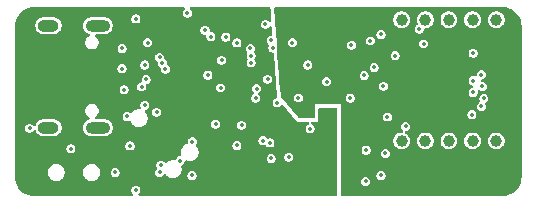
<source format=gbr>
%TF.GenerationSoftware,KiCad,Pcbnew,9.0.4*%
%TF.CreationDate,2025-08-29T23:53:31-07:00*%
%TF.ProjectId,WeatherPill,57656174-6865-4725-9069-6c6c2e6b6963,rev?*%
%TF.SameCoordinates,Original*%
%TF.FileFunction,Copper,L3,Inr*%
%TF.FilePolarity,Positive*%
%FSLAX46Y46*%
G04 Gerber Fmt 4.6, Leading zero omitted, Abs format (unit mm)*
G04 Created by KiCad (PCBNEW 9.0.4) date 2025-08-29 23:53:31*
%MOMM*%
%LPD*%
G01*
G04 APERTURE LIST*
%TA.AperFunction,ComponentPad*%
%ADD10C,1.000000*%
%TD*%
%TA.AperFunction,ComponentPad*%
%ADD11O,2.100000X1.000000*%
%TD*%
%TA.AperFunction,ComponentPad*%
%ADD12O,1.800000X1.000000*%
%TD*%
%TA.AperFunction,ViaPad*%
%ADD13C,0.350000*%
%TD*%
G04 APERTURE END LIST*
D10*
%TO.N,SEG0*%
%TO.C,L1*%
X51750000Y-67575000D03*
%TO.N,SEG1*%
X53750000Y-67575000D03*
%TO.N,SEG2*%
X55750000Y-67575000D03*
%TO.N,SEG3*%
X57750000Y-67575000D03*
%TO.N,SEG4*%
X59750000Y-67575000D03*
%TO.N,SEG5*%
X51750000Y-77825000D03*
%TO.N,COM3*%
X53750000Y-77825000D03*
%TO.N,COM2*%
X55750000Y-77825000D03*
%TO.N,COM1*%
X57750000Y-77825000D03*
%TO.N,COM0*%
X59750000Y-77825000D03*
%TD*%
D11*
%TO.N,GND*%
%TO.C,J2*%
X26024000Y-68070000D03*
X26024000Y-76710000D03*
D12*
X21844000Y-68070000D03*
X21844000Y-76710000D03*
%TD*%
D13*
%TO.N,V_BUS_3V*%
X45900000Y-75200000D03*
X27200000Y-78400000D03*
X40000000Y-73000000D03*
X27700000Y-77900000D03*
X32306250Y-69893750D03*
X29200000Y-77200000D03*
%TO.N,GND*%
X28750000Y-78250000D03*
X49422500Y-71600000D03*
X53241054Y-68358946D03*
X47400000Y-74200000D03*
X36500000Y-71000000D03*
X30250000Y-69500000D03*
X40400000Y-72600000D03*
X33000000Y-79500000D03*
X35350000Y-72250000D03*
X33600000Y-67000000D03*
X34028211Y-77881273D03*
X30000000Y-74800000D03*
X38200000Y-76500000D03*
X43000000Y-74177500D03*
X36425000Y-73325000D03*
X43800000Y-71400000D03*
X29250000Y-67500000D03*
X40600000Y-78000000D03*
X44000000Y-76800000D03*
X29250000Y-82000000D03*
X40849804Y-69950196D03*
X29737266Y-73246645D03*
X45400000Y-72800000D03*
X28500000Y-75750000D03*
X27500000Y-80500000D03*
X20250000Y-76750000D03*
X30000000Y-71400000D03*
X50000000Y-68800000D03*
X42500000Y-69500000D03*
X39400000Y-74200000D03*
X50200000Y-73200000D03*
%TO.N,SDA_1*%
X31750000Y-71750000D03*
X50000000Y-80750000D03*
%TO.N,SCL_1*%
X50375000Y-78875000D03*
X48695000Y-81250000D03*
X51200000Y-70600000D03*
X31500000Y-71250000D03*
X50546446Y-75800000D03*
%TO.N,CS_1*%
X37800000Y-69532502D03*
X40706777Y-69303223D03*
%TO.N,CS_2*%
X36868813Y-69032502D03*
X47500000Y-69725000D03*
%TO.N,V_USB*%
X31000000Y-75400000D03*
X28080000Y-69990000D03*
X30125000Y-72625000D03*
%TO.N,BTN_1*%
X40700000Y-79300000D03*
X39000000Y-71200000D03*
%TO.N,BTN_2*%
X42200000Y-79200000D03*
X39000000Y-70600000D03*
%TO.N,V_BUS_ZONE_1*%
X43427500Y-75322500D03*
X44600000Y-69200000D03*
X50400000Y-74600000D03*
X49293756Y-78614959D03*
X42200000Y-71800000D03*
X47400000Y-67800000D03*
X55400000Y-81572501D03*
%TO.N,CONTROL_ZONE_1*%
X36000000Y-76405084D03*
X41200000Y-74600000D03*
%TO.N,NRST*%
X39465002Y-73400000D03*
X31367169Y-79879025D03*
%TO.N,USB_D-*%
X28071501Y-71696554D03*
X28250000Y-73500000D03*
%TO.N,HDC_DRDY*%
X31250000Y-70750000D03*
X34000000Y-80750000D03*
X31250000Y-80500000D03*
X48736181Y-78600000D03*
%TO.N,SDO_1*%
X35100000Y-68456095D03*
X49100000Y-69357108D03*
%TO.N,SDI_1*%
X35600000Y-69000000D03*
X40208692Y-67951000D03*
X48582875Y-72284290D03*
%TO.N,Net-(D1-PadA)*%
X40000000Y-77800000D03*
X37800000Y-78200000D03*
%TO.N,Net-(BT1-PadP)*%
X23750000Y-78500000D03*
%TO.N,SEG0*%
X53600000Y-69600000D03*
%TO.N,unconnected-(U2-SEG8-Pad20)*%
X57800000Y-72720000D03*
%TO.N,SEG5*%
X57800000Y-70400000D03*
%TO.N,unconnected-(U2-SEG10-Pad22)*%
X57800000Y-73720000D03*
%TO.N,~{DISP_RST}*%
X38950000Y-70000000D03*
%TO.N,unconnected-(U2-SEG12-Pad24)*%
X58500000Y-74900000D03*
%TO.N,unconnected-(U2-SEG13-Pad25)*%
X57700000Y-75600000D03*
%TO.N,unconnected-(U2-SEG9-Pad21)*%
X58580000Y-73220000D03*
%TO.N,unconnected-(U2-SEG11-Pad23)*%
X58700000Y-74220000D03*
%TO.N,unconnected-(U2-SEG7-Pad19)*%
X58500000Y-72220000D03*
%TO.N,COM2*%
X52080000Y-76600000D03*
%TD*%
%TA.AperFunction,Conductor*%
%TO.N,V_BUS_ZONE_1*%
G36*
X60304418Y-66500816D02*
G01*
X60501338Y-66514900D01*
X60511866Y-66516108D01*
X60554997Y-66522939D01*
X60561919Y-66524239D01*
X60731734Y-66561180D01*
X60743649Y-66564403D01*
X60776846Y-66575189D01*
X60781837Y-66576930D01*
X60953736Y-66641045D01*
X60966661Y-66646726D01*
X60978263Y-66652638D01*
X60981255Y-66654217D01*
X61156974Y-66750166D01*
X61171848Y-66759724D01*
X61246303Y-66815461D01*
X61340353Y-66885866D01*
X61353723Y-66897452D01*
X61502547Y-67046276D01*
X61514133Y-67059646D01*
X61640271Y-67228146D01*
X61649836Y-67243030D01*
X61745751Y-67418686D01*
X61747388Y-67421787D01*
X61753265Y-67433322D01*
X61758959Y-67446277D01*
X61823067Y-67618159D01*
X61824815Y-67623171D01*
X61835588Y-67656324D01*
X61838824Y-67668287D01*
X61875755Y-67838060D01*
X61877062Y-67845021D01*
X61883888Y-67888120D01*
X61885099Y-67898670D01*
X61899184Y-68095582D01*
X61899500Y-68104429D01*
X61899500Y-80895570D01*
X61899184Y-80904417D01*
X61885099Y-81101328D01*
X61883888Y-81111878D01*
X61877062Y-81154977D01*
X61875755Y-81161938D01*
X61838824Y-81331711D01*
X61835588Y-81343674D01*
X61824815Y-81376827D01*
X61823067Y-81381839D01*
X61758959Y-81553721D01*
X61753260Y-81566685D01*
X61747394Y-81578197D01*
X61745743Y-81581326D01*
X61649838Y-81756965D01*
X61640273Y-81771850D01*
X61514133Y-81940353D01*
X61502547Y-81953723D01*
X61353723Y-82102547D01*
X61340353Y-82114133D01*
X61171850Y-82240273D01*
X61156965Y-82249838D01*
X60981326Y-82345743D01*
X60978197Y-82347394D01*
X60966685Y-82353260D01*
X60953721Y-82358959D01*
X60781839Y-82423067D01*
X60776827Y-82424815D01*
X60743674Y-82435588D01*
X60731711Y-82438824D01*
X60561938Y-82475755D01*
X60554977Y-82477062D01*
X60511878Y-82483888D01*
X60501328Y-82485099D01*
X60304418Y-82499184D01*
X60295571Y-82499500D01*
X46724000Y-82499500D01*
X46656961Y-82479815D01*
X46611206Y-82427011D01*
X46600000Y-82375500D01*
X46600000Y-81199511D01*
X48311500Y-81199511D01*
X48311500Y-81300489D01*
X48337635Y-81398025D01*
X48388124Y-81485474D01*
X48459526Y-81556876D01*
X48546975Y-81607365D01*
X48644511Y-81633500D01*
X48644514Y-81633500D01*
X48745486Y-81633500D01*
X48745489Y-81633500D01*
X48843025Y-81607365D01*
X48930474Y-81556876D01*
X49001876Y-81485474D01*
X49052365Y-81398025D01*
X49078500Y-81300489D01*
X49078500Y-81199511D01*
X49052365Y-81101975D01*
X49001876Y-81014526D01*
X48930474Y-80943124D01*
X48843025Y-80892635D01*
X48745489Y-80866500D01*
X48644511Y-80866500D01*
X48546975Y-80892635D01*
X48546973Y-80892635D01*
X48546973Y-80892636D01*
X48459526Y-80943124D01*
X48459523Y-80943126D01*
X48388126Y-81014523D01*
X48388124Y-81014526D01*
X48338009Y-81101328D01*
X48337635Y-81101975D01*
X48311500Y-81199511D01*
X46600000Y-81199511D01*
X46600000Y-80699511D01*
X49616500Y-80699511D01*
X49616500Y-80800489D01*
X49642635Y-80898025D01*
X49693124Y-80985474D01*
X49764526Y-81056876D01*
X49851975Y-81107365D01*
X49949511Y-81133500D01*
X49949514Y-81133500D01*
X50050486Y-81133500D01*
X50050489Y-81133500D01*
X50148025Y-81107365D01*
X50235474Y-81056876D01*
X50306876Y-80985474D01*
X50357365Y-80898025D01*
X50383500Y-80800489D01*
X50383500Y-80699511D01*
X50357365Y-80601975D01*
X50306876Y-80514526D01*
X50235474Y-80443124D01*
X50148025Y-80392635D01*
X50050489Y-80366500D01*
X49949511Y-80366500D01*
X49851975Y-80392635D01*
X49851973Y-80392635D01*
X49851973Y-80392636D01*
X49764526Y-80443124D01*
X49764523Y-80443126D01*
X49693126Y-80514523D01*
X49693124Y-80514526D01*
X49642635Y-80601975D01*
X49616500Y-80699511D01*
X46600000Y-80699511D01*
X46600000Y-78549511D01*
X48352681Y-78549511D01*
X48352681Y-78650489D01*
X48378816Y-78748025D01*
X48429305Y-78835474D01*
X48500707Y-78906876D01*
X48588156Y-78957365D01*
X48685692Y-78983500D01*
X48685695Y-78983500D01*
X48786667Y-78983500D01*
X48786670Y-78983500D01*
X48884206Y-78957365D01*
X48971655Y-78906876D01*
X49043057Y-78835474D01*
X49049387Y-78824511D01*
X49991500Y-78824511D01*
X49991500Y-78925489D01*
X50017635Y-79023025D01*
X50068124Y-79110474D01*
X50139526Y-79181876D01*
X50226975Y-79232365D01*
X50324511Y-79258500D01*
X50324514Y-79258500D01*
X50425486Y-79258500D01*
X50425489Y-79258500D01*
X50523025Y-79232365D01*
X50610474Y-79181876D01*
X50681876Y-79110474D01*
X50732365Y-79023025D01*
X50758500Y-78925489D01*
X50758500Y-78824511D01*
X50732365Y-78726975D01*
X50681876Y-78639526D01*
X50610474Y-78568124D01*
X50523025Y-78517635D01*
X50425489Y-78491500D01*
X50324511Y-78491500D01*
X50226975Y-78517635D01*
X50226973Y-78517635D01*
X50226973Y-78517636D01*
X50139526Y-78568124D01*
X50139523Y-78568126D01*
X50068126Y-78639523D01*
X50068124Y-78639526D01*
X50017635Y-78726975D01*
X49991500Y-78824511D01*
X49049387Y-78824511D01*
X49093546Y-78748025D01*
X49119681Y-78650489D01*
X49119681Y-78549511D01*
X49093546Y-78451975D01*
X49043057Y-78364526D01*
X48971655Y-78293124D01*
X48884206Y-78242635D01*
X48786670Y-78216500D01*
X48685692Y-78216500D01*
X48588156Y-78242635D01*
X48588154Y-78242635D01*
X48588154Y-78242636D01*
X48500707Y-78293124D01*
X48500704Y-78293126D01*
X48429307Y-78364523D01*
X48429305Y-78364526D01*
X48378816Y-78451975D01*
X48352681Y-78549511D01*
X46600000Y-78549511D01*
X46600000Y-77755214D01*
X51041500Y-77755214D01*
X51041500Y-77894785D01*
X51068725Y-78031654D01*
X51068727Y-78031662D01*
X51122134Y-78160597D01*
X51122139Y-78160607D01*
X51199671Y-78276641D01*
X51199674Y-78276645D01*
X51298354Y-78375325D01*
X51298358Y-78375328D01*
X51414392Y-78452860D01*
X51414396Y-78452862D01*
X51414399Y-78452864D01*
X51543338Y-78506273D01*
X51680214Y-78533499D01*
X51680218Y-78533500D01*
X51680219Y-78533500D01*
X51819782Y-78533500D01*
X51819783Y-78533499D01*
X51956662Y-78506273D01*
X52085601Y-78452864D01*
X52201642Y-78375328D01*
X52300328Y-78276642D01*
X52377864Y-78160601D01*
X52431273Y-78031662D01*
X52458500Y-77894781D01*
X52458500Y-77755219D01*
X52458499Y-77755214D01*
X53041500Y-77755214D01*
X53041500Y-77894785D01*
X53068725Y-78031654D01*
X53068727Y-78031662D01*
X53122134Y-78160597D01*
X53122139Y-78160607D01*
X53199671Y-78276641D01*
X53199674Y-78276645D01*
X53298354Y-78375325D01*
X53298358Y-78375328D01*
X53414392Y-78452860D01*
X53414396Y-78452862D01*
X53414399Y-78452864D01*
X53543338Y-78506273D01*
X53680214Y-78533499D01*
X53680218Y-78533500D01*
X53680219Y-78533500D01*
X53819782Y-78533500D01*
X53819783Y-78533499D01*
X53956662Y-78506273D01*
X54085601Y-78452864D01*
X54201642Y-78375328D01*
X54300328Y-78276642D01*
X54377864Y-78160601D01*
X54431273Y-78031662D01*
X54458500Y-77894781D01*
X54458500Y-77755219D01*
X54458499Y-77755214D01*
X55041500Y-77755214D01*
X55041500Y-77894785D01*
X55068725Y-78031654D01*
X55068727Y-78031662D01*
X55122134Y-78160597D01*
X55122139Y-78160607D01*
X55199671Y-78276641D01*
X55199674Y-78276645D01*
X55298354Y-78375325D01*
X55298358Y-78375328D01*
X55414392Y-78452860D01*
X55414396Y-78452862D01*
X55414399Y-78452864D01*
X55543338Y-78506273D01*
X55680214Y-78533499D01*
X55680218Y-78533500D01*
X55680219Y-78533500D01*
X55819782Y-78533500D01*
X55819783Y-78533499D01*
X55956662Y-78506273D01*
X56085601Y-78452864D01*
X56201642Y-78375328D01*
X56300328Y-78276642D01*
X56377864Y-78160601D01*
X56431273Y-78031662D01*
X56458500Y-77894781D01*
X56458500Y-77755219D01*
X56458499Y-77755214D01*
X57041500Y-77755214D01*
X57041500Y-77894785D01*
X57068725Y-78031654D01*
X57068727Y-78031662D01*
X57122134Y-78160597D01*
X57122139Y-78160607D01*
X57199671Y-78276641D01*
X57199674Y-78276645D01*
X57298354Y-78375325D01*
X57298358Y-78375328D01*
X57414392Y-78452860D01*
X57414396Y-78452862D01*
X57414399Y-78452864D01*
X57543338Y-78506273D01*
X57680214Y-78533499D01*
X57680218Y-78533500D01*
X57680219Y-78533500D01*
X57819782Y-78533500D01*
X57819783Y-78533499D01*
X57956662Y-78506273D01*
X58085601Y-78452864D01*
X58201642Y-78375328D01*
X58300328Y-78276642D01*
X58377864Y-78160601D01*
X58431273Y-78031662D01*
X58458500Y-77894781D01*
X58458500Y-77755219D01*
X58458499Y-77755214D01*
X59041500Y-77755214D01*
X59041500Y-77894785D01*
X59068725Y-78031654D01*
X59068727Y-78031662D01*
X59122134Y-78160597D01*
X59122139Y-78160607D01*
X59199671Y-78276641D01*
X59199674Y-78276645D01*
X59298354Y-78375325D01*
X59298358Y-78375328D01*
X59414392Y-78452860D01*
X59414396Y-78452862D01*
X59414399Y-78452864D01*
X59543338Y-78506273D01*
X59680214Y-78533499D01*
X59680218Y-78533500D01*
X59680219Y-78533500D01*
X59819782Y-78533500D01*
X59819783Y-78533499D01*
X59956662Y-78506273D01*
X60085601Y-78452864D01*
X60201642Y-78375328D01*
X60300328Y-78276642D01*
X60377864Y-78160601D01*
X60431273Y-78031662D01*
X60458500Y-77894781D01*
X60458500Y-77755219D01*
X60431273Y-77618338D01*
X60377864Y-77489399D01*
X60377862Y-77489396D01*
X60377860Y-77489392D01*
X60300328Y-77373358D01*
X60300325Y-77373354D01*
X60201645Y-77274674D01*
X60201641Y-77274671D01*
X60085607Y-77197139D01*
X60085597Y-77197134D01*
X59956662Y-77143727D01*
X59956654Y-77143725D01*
X59819785Y-77116500D01*
X59819781Y-77116500D01*
X59680219Y-77116500D01*
X59680214Y-77116500D01*
X59543345Y-77143725D01*
X59543337Y-77143727D01*
X59414402Y-77197134D01*
X59414392Y-77197139D01*
X59298358Y-77274671D01*
X59298354Y-77274674D01*
X59199674Y-77373354D01*
X59199671Y-77373358D01*
X59122139Y-77489392D01*
X59122134Y-77489402D01*
X59068727Y-77618337D01*
X59068725Y-77618345D01*
X59041500Y-77755214D01*
X58458499Y-77755214D01*
X58431273Y-77618338D01*
X58377864Y-77489399D01*
X58377862Y-77489396D01*
X58377860Y-77489392D01*
X58300328Y-77373358D01*
X58300325Y-77373354D01*
X58201645Y-77274674D01*
X58201641Y-77274671D01*
X58085607Y-77197139D01*
X58085597Y-77197134D01*
X57956662Y-77143727D01*
X57956654Y-77143725D01*
X57819785Y-77116500D01*
X57819781Y-77116500D01*
X57680219Y-77116500D01*
X57680214Y-77116500D01*
X57543345Y-77143725D01*
X57543337Y-77143727D01*
X57414402Y-77197134D01*
X57414392Y-77197139D01*
X57298358Y-77274671D01*
X57298354Y-77274674D01*
X57199674Y-77373354D01*
X57199671Y-77373358D01*
X57122139Y-77489392D01*
X57122134Y-77489402D01*
X57068727Y-77618337D01*
X57068725Y-77618345D01*
X57041500Y-77755214D01*
X56458499Y-77755214D01*
X56431273Y-77618338D01*
X56377864Y-77489399D01*
X56377862Y-77489396D01*
X56377860Y-77489392D01*
X56300328Y-77373358D01*
X56300325Y-77373354D01*
X56201645Y-77274674D01*
X56201641Y-77274671D01*
X56085607Y-77197139D01*
X56085597Y-77197134D01*
X55956662Y-77143727D01*
X55956654Y-77143725D01*
X55819785Y-77116500D01*
X55819781Y-77116500D01*
X55680219Y-77116500D01*
X55680214Y-77116500D01*
X55543345Y-77143725D01*
X55543337Y-77143727D01*
X55414402Y-77197134D01*
X55414392Y-77197139D01*
X55298358Y-77274671D01*
X55298354Y-77274674D01*
X55199674Y-77373354D01*
X55199671Y-77373358D01*
X55122139Y-77489392D01*
X55122134Y-77489402D01*
X55068727Y-77618337D01*
X55068725Y-77618345D01*
X55041500Y-77755214D01*
X54458499Y-77755214D01*
X54431273Y-77618338D01*
X54377864Y-77489399D01*
X54377862Y-77489396D01*
X54377860Y-77489392D01*
X54300328Y-77373358D01*
X54300325Y-77373354D01*
X54201645Y-77274674D01*
X54201641Y-77274671D01*
X54085607Y-77197139D01*
X54085597Y-77197134D01*
X53956662Y-77143727D01*
X53956654Y-77143725D01*
X53819785Y-77116500D01*
X53819781Y-77116500D01*
X53680219Y-77116500D01*
X53680214Y-77116500D01*
X53543345Y-77143725D01*
X53543337Y-77143727D01*
X53414402Y-77197134D01*
X53414392Y-77197139D01*
X53298358Y-77274671D01*
X53298354Y-77274674D01*
X53199674Y-77373354D01*
X53199671Y-77373358D01*
X53122139Y-77489392D01*
X53122134Y-77489402D01*
X53068727Y-77618337D01*
X53068725Y-77618345D01*
X53041500Y-77755214D01*
X52458499Y-77755214D01*
X52431273Y-77618338D01*
X52377864Y-77489399D01*
X52377862Y-77489396D01*
X52377860Y-77489392D01*
X52300328Y-77373358D01*
X52300325Y-77373354D01*
X52201645Y-77274674D01*
X52201641Y-77274671D01*
X52097788Y-77205278D01*
X52052983Y-77151666D01*
X52044276Y-77082341D01*
X52074431Y-77019313D01*
X52133874Y-76982594D01*
X52134201Y-76982505D01*
X52228025Y-76957365D01*
X52315474Y-76906876D01*
X52386876Y-76835474D01*
X52437365Y-76748025D01*
X52463500Y-76650489D01*
X52463500Y-76549511D01*
X52437365Y-76451975D01*
X52386876Y-76364526D01*
X52315474Y-76293124D01*
X52228025Y-76242635D01*
X52130489Y-76216500D01*
X52029511Y-76216500D01*
X51931975Y-76242635D01*
X51931973Y-76242635D01*
X51931973Y-76242636D01*
X51844526Y-76293124D01*
X51844523Y-76293126D01*
X51773126Y-76364523D01*
X51773124Y-76364526D01*
X51722635Y-76451975D01*
X51696500Y-76549511D01*
X51696500Y-76650489D01*
X51722635Y-76748025D01*
X51773124Y-76835474D01*
X51773126Y-76835476D01*
X51842469Y-76904819D01*
X51875954Y-76966142D01*
X51870970Y-77035834D01*
X51829098Y-77091767D01*
X51763634Y-77116184D01*
X51754788Y-77116500D01*
X51680214Y-77116500D01*
X51543345Y-77143725D01*
X51543337Y-77143727D01*
X51414402Y-77197134D01*
X51414392Y-77197139D01*
X51298358Y-77274671D01*
X51298354Y-77274674D01*
X51199674Y-77373354D01*
X51199671Y-77373358D01*
X51122139Y-77489392D01*
X51122134Y-77489402D01*
X51068727Y-77618337D01*
X51068725Y-77618345D01*
X51041500Y-77755214D01*
X46600000Y-77755214D01*
X46600000Y-75749511D01*
X50162946Y-75749511D01*
X50162946Y-75850489D01*
X50189081Y-75948025D01*
X50239570Y-76035474D01*
X50310972Y-76106876D01*
X50398421Y-76157365D01*
X50495957Y-76183500D01*
X50495960Y-76183500D01*
X50596932Y-76183500D01*
X50596935Y-76183500D01*
X50694471Y-76157365D01*
X50781920Y-76106876D01*
X50853322Y-76035474D01*
X50903811Y-75948025D01*
X50929946Y-75850489D01*
X50929946Y-75749511D01*
X50903811Y-75651975D01*
X50853322Y-75564526D01*
X50838307Y-75549511D01*
X57316500Y-75549511D01*
X57316500Y-75650489D01*
X57342635Y-75748025D01*
X57393124Y-75835474D01*
X57464526Y-75906876D01*
X57551975Y-75957365D01*
X57649511Y-75983500D01*
X57649514Y-75983500D01*
X57750486Y-75983500D01*
X57750489Y-75983500D01*
X57848025Y-75957365D01*
X57935474Y-75906876D01*
X58006876Y-75835474D01*
X58057365Y-75748025D01*
X58083500Y-75650489D01*
X58083500Y-75549511D01*
X58057365Y-75451975D01*
X58006876Y-75364526D01*
X57935474Y-75293124D01*
X57848025Y-75242635D01*
X57750489Y-75216500D01*
X57649511Y-75216500D01*
X57551975Y-75242635D01*
X57551973Y-75242635D01*
X57551973Y-75242636D01*
X57464526Y-75293124D01*
X57464523Y-75293126D01*
X57393126Y-75364523D01*
X57393124Y-75364526D01*
X57342635Y-75451975D01*
X57316500Y-75549511D01*
X50838307Y-75549511D01*
X50781920Y-75493124D01*
X50694471Y-75442635D01*
X50596935Y-75416500D01*
X50495957Y-75416500D01*
X50398421Y-75442635D01*
X50398419Y-75442635D01*
X50398419Y-75442636D01*
X50310972Y-75493124D01*
X50310969Y-75493126D01*
X50239572Y-75564523D01*
X50239570Y-75564526D01*
X50189081Y-75651975D01*
X50162946Y-75749511D01*
X46600000Y-75749511D01*
X46600000Y-74849511D01*
X58116500Y-74849511D01*
X58116500Y-74950489D01*
X58142635Y-75048025D01*
X58193124Y-75135474D01*
X58264526Y-75206876D01*
X58351975Y-75257365D01*
X58449511Y-75283500D01*
X58449514Y-75283500D01*
X58550486Y-75283500D01*
X58550489Y-75283500D01*
X58648025Y-75257365D01*
X58735474Y-75206876D01*
X58806876Y-75135474D01*
X58857365Y-75048025D01*
X58883500Y-74950489D01*
X58883500Y-74849511D01*
X58857365Y-74751975D01*
X58841421Y-74724359D01*
X58824948Y-74656463D01*
X58847799Y-74590435D01*
X58886806Y-74554974D01*
X58935474Y-74526876D01*
X59006876Y-74455474D01*
X59057365Y-74368025D01*
X59083500Y-74270489D01*
X59083500Y-74169511D01*
X59057365Y-74071975D01*
X59006876Y-73984526D01*
X58935474Y-73913124D01*
X58848025Y-73862635D01*
X58750489Y-73836500D01*
X58649511Y-73836500D01*
X58551975Y-73862635D01*
X58551973Y-73862635D01*
X58551973Y-73862636D01*
X58464526Y-73913124D01*
X58464523Y-73913126D01*
X58393126Y-73984523D01*
X58393124Y-73984526D01*
X58349342Y-74060359D01*
X58342635Y-74071975D01*
X58316500Y-74169511D01*
X58316500Y-74270489D01*
X58342635Y-74368025D01*
X58342636Y-74368027D01*
X58358577Y-74395637D01*
X58375051Y-74463537D01*
X58352199Y-74529565D01*
X58313193Y-74565025D01*
X58264529Y-74593122D01*
X58264523Y-74593126D01*
X58193126Y-74664523D01*
X58193124Y-74664526D01*
X58144916Y-74748025D01*
X58142635Y-74751975D01*
X58116500Y-74849511D01*
X46600000Y-74849511D01*
X46600000Y-74700000D01*
X44400000Y-74700000D01*
X44400000Y-75776000D01*
X44380315Y-75843039D01*
X44327511Y-75888794D01*
X44276000Y-75900000D01*
X43058078Y-75900000D01*
X42991039Y-75880315D01*
X42962819Y-75855383D01*
X42946228Y-75835473D01*
X41525462Y-74130555D01*
X41523925Y-74127011D01*
X42616500Y-74127011D01*
X42616500Y-74227989D01*
X42642635Y-74325525D01*
X42693124Y-74412974D01*
X42764526Y-74484376D01*
X42851975Y-74534865D01*
X42949511Y-74561000D01*
X42949514Y-74561000D01*
X43050486Y-74561000D01*
X43050489Y-74561000D01*
X43148025Y-74534865D01*
X43235474Y-74484376D01*
X43306876Y-74412974D01*
X43357365Y-74325525D01*
X43383500Y-74227989D01*
X43383500Y-74149511D01*
X47016500Y-74149511D01*
X47016500Y-74250489D01*
X47042635Y-74348025D01*
X47093124Y-74435474D01*
X47164526Y-74506876D01*
X47251975Y-74557365D01*
X47349511Y-74583500D01*
X47349514Y-74583500D01*
X47450486Y-74583500D01*
X47450489Y-74583500D01*
X47548025Y-74557365D01*
X47635474Y-74506876D01*
X47706876Y-74435474D01*
X47757365Y-74348025D01*
X47783500Y-74250489D01*
X47783500Y-74149511D01*
X47757365Y-74051975D01*
X47706876Y-73964526D01*
X47635474Y-73893124D01*
X47548025Y-73842635D01*
X47450489Y-73816500D01*
X47349511Y-73816500D01*
X47251975Y-73842635D01*
X47251973Y-73842635D01*
X47251973Y-73842636D01*
X47164526Y-73893124D01*
X47164523Y-73893126D01*
X47093126Y-73964523D01*
X47093124Y-73964526D01*
X47055627Y-74029473D01*
X47042635Y-74051975D01*
X47016500Y-74149511D01*
X43383500Y-74149511D01*
X43383500Y-74127011D01*
X43357365Y-74029475D01*
X43306876Y-73942026D01*
X43235474Y-73870624D01*
X43148025Y-73820135D01*
X43050489Y-73794000D01*
X42949511Y-73794000D01*
X42851975Y-73820135D01*
X42851973Y-73820135D01*
X42851973Y-73820136D01*
X42764526Y-73870624D01*
X42764523Y-73870626D01*
X42693126Y-73942023D01*
X42693124Y-73942026D01*
X42644136Y-74026876D01*
X42642635Y-74029475D01*
X42616500Y-74127011D01*
X41523925Y-74127011D01*
X41497667Y-74066453D01*
X41497063Y-74060359D01*
X41399962Y-72749511D01*
X45016500Y-72749511D01*
X45016500Y-72850489D01*
X45042635Y-72948025D01*
X45093124Y-73035474D01*
X45164526Y-73106876D01*
X45251975Y-73157365D01*
X45349511Y-73183500D01*
X45349514Y-73183500D01*
X45450486Y-73183500D01*
X45450489Y-73183500D01*
X45548025Y-73157365D01*
X45561628Y-73149511D01*
X49816500Y-73149511D01*
X49816500Y-73250489D01*
X49842635Y-73348025D01*
X49893124Y-73435474D01*
X49964526Y-73506876D01*
X50051975Y-73557365D01*
X50149511Y-73583500D01*
X50149514Y-73583500D01*
X50250486Y-73583500D01*
X50250489Y-73583500D01*
X50348025Y-73557365D01*
X50435474Y-73506876D01*
X50506876Y-73435474D01*
X50557365Y-73348025D01*
X50583500Y-73250489D01*
X50583500Y-73149511D01*
X50557365Y-73051975D01*
X50506876Y-72964526D01*
X50435474Y-72893124D01*
X50348025Y-72842635D01*
X50250489Y-72816500D01*
X50149511Y-72816500D01*
X50051975Y-72842635D01*
X50051973Y-72842635D01*
X50051973Y-72842636D01*
X49964526Y-72893124D01*
X49964523Y-72893126D01*
X49893126Y-72964523D01*
X49893124Y-72964526D01*
X49857127Y-73026875D01*
X49842635Y-73051975D01*
X49816500Y-73149511D01*
X45561628Y-73149511D01*
X45635474Y-73106876D01*
X45706876Y-73035474D01*
X45757365Y-72948025D01*
X45783500Y-72850489D01*
X45783500Y-72749511D01*
X45762064Y-72669511D01*
X57416500Y-72669511D01*
X57416500Y-72770489D01*
X57442635Y-72868025D01*
X57493124Y-72955474D01*
X57564526Y-73026876D01*
X57651975Y-73077365D01*
X57737292Y-73100226D01*
X57796951Y-73136590D01*
X57827480Y-73199437D01*
X57819185Y-73268813D01*
X57774700Y-73322691D01*
X57737294Y-73339773D01*
X57651975Y-73362635D01*
X57651973Y-73362635D01*
X57651973Y-73362636D01*
X57564526Y-73413124D01*
X57564523Y-73413126D01*
X57493126Y-73484523D01*
X57493124Y-73484526D01*
X57460952Y-73540250D01*
X57442635Y-73571975D01*
X57416500Y-73669511D01*
X57416500Y-73770489D01*
X57442635Y-73868025D01*
X57493124Y-73955474D01*
X57564526Y-74026876D01*
X57651975Y-74077365D01*
X57749511Y-74103500D01*
X57749514Y-74103500D01*
X57850486Y-74103500D01*
X57850489Y-74103500D01*
X57948025Y-74077365D01*
X58035474Y-74026876D01*
X58106876Y-73955474D01*
X58157365Y-73868025D01*
X58183500Y-73770489D01*
X58183500Y-73669511D01*
X58183498Y-73669507D01*
X58182751Y-73663830D01*
X58193512Y-73594794D01*
X58239888Y-73542535D01*
X58307155Y-73523645D01*
X58367690Y-73540250D01*
X58431969Y-73577362D01*
X58431970Y-73577363D01*
X58431972Y-73577363D01*
X58431975Y-73577365D01*
X58529511Y-73603500D01*
X58529514Y-73603500D01*
X58569827Y-73603500D01*
X58630489Y-73603500D01*
X58728025Y-73577365D01*
X58815474Y-73526876D01*
X58886876Y-73455474D01*
X58937365Y-73368025D01*
X58963500Y-73270489D01*
X58963500Y-73169511D01*
X58937365Y-73071975D01*
X58886876Y-72984526D01*
X58815474Y-72913124D01*
X58728025Y-72862635D01*
X58630489Y-72836500D01*
X58622793Y-72836500D01*
X58555754Y-72816815D01*
X58509999Y-72764011D01*
X58500055Y-72694853D01*
X58529080Y-72631297D01*
X58587858Y-72593523D01*
X58590649Y-72592738D01*
X58648025Y-72577365D01*
X58735474Y-72526876D01*
X58806876Y-72455474D01*
X58857365Y-72368025D01*
X58883500Y-72270489D01*
X58883500Y-72169511D01*
X58857365Y-72071975D01*
X58806876Y-71984526D01*
X58735474Y-71913124D01*
X58648025Y-71862635D01*
X58550489Y-71836500D01*
X58449511Y-71836500D01*
X58351975Y-71862635D01*
X58351973Y-71862635D01*
X58351973Y-71862636D01*
X58264526Y-71913124D01*
X58264523Y-71913126D01*
X58193126Y-71984523D01*
X58193124Y-71984526D01*
X58142635Y-72071975D01*
X58116500Y-72169511D01*
X58116500Y-72169513D01*
X58116500Y-72246840D01*
X58096815Y-72313879D01*
X58044011Y-72359634D01*
X57974853Y-72369578D01*
X57955966Y-72364397D01*
X57955875Y-72364739D01*
X57948026Y-72362636D01*
X57948025Y-72362635D01*
X57850489Y-72336500D01*
X57749511Y-72336500D01*
X57651975Y-72362635D01*
X57651973Y-72362635D01*
X57651973Y-72362636D01*
X57564526Y-72413124D01*
X57564523Y-72413126D01*
X57493126Y-72484523D01*
X57493124Y-72484526D01*
X57442635Y-72571975D01*
X57416500Y-72669511D01*
X45762064Y-72669511D01*
X45757365Y-72651975D01*
X45706876Y-72564526D01*
X45635474Y-72493124D01*
X45548025Y-72442635D01*
X45450489Y-72416500D01*
X45349511Y-72416500D01*
X45251975Y-72442635D01*
X45251973Y-72442635D01*
X45251973Y-72442636D01*
X45164526Y-72493124D01*
X45164523Y-72493126D01*
X45093126Y-72564523D01*
X45093124Y-72564526D01*
X45054574Y-72631297D01*
X45042635Y-72651975D01*
X45016500Y-72749511D01*
X41399962Y-72749511D01*
X41361761Y-72233801D01*
X48199375Y-72233801D01*
X48199375Y-72334779D01*
X48225510Y-72432315D01*
X48275999Y-72519764D01*
X48347401Y-72591166D01*
X48434850Y-72641655D01*
X48532386Y-72667790D01*
X48532389Y-72667790D01*
X48633361Y-72667790D01*
X48633364Y-72667790D01*
X48730900Y-72641655D01*
X48818349Y-72591166D01*
X48889751Y-72519764D01*
X48940240Y-72432315D01*
X48966375Y-72334779D01*
X48966375Y-72233801D01*
X48940240Y-72136265D01*
X48889751Y-72048816D01*
X48818349Y-71977414D01*
X48730900Y-71926925D01*
X48633364Y-71900790D01*
X48532386Y-71900790D01*
X48434850Y-71926925D01*
X48434848Y-71926925D01*
X48434848Y-71926926D01*
X48347401Y-71977414D01*
X48347398Y-71977416D01*
X48276001Y-72048813D01*
X48275999Y-72048816D01*
X48225510Y-72136265D01*
X48199375Y-72233801D01*
X41361761Y-72233801D01*
X41296257Y-71349511D01*
X43416500Y-71349511D01*
X43416500Y-71450489D01*
X43442635Y-71548025D01*
X43493124Y-71635474D01*
X43564526Y-71706876D01*
X43651975Y-71757365D01*
X43749511Y-71783500D01*
X43749514Y-71783500D01*
X43850486Y-71783500D01*
X43850489Y-71783500D01*
X43948025Y-71757365D01*
X44035474Y-71706876D01*
X44106876Y-71635474D01*
X44156507Y-71549511D01*
X49039000Y-71549511D01*
X49039000Y-71650489D01*
X49065135Y-71748025D01*
X49115624Y-71835474D01*
X49187026Y-71906876D01*
X49274475Y-71957365D01*
X49372011Y-71983500D01*
X49372014Y-71983500D01*
X49472986Y-71983500D01*
X49472989Y-71983500D01*
X49570525Y-71957365D01*
X49657974Y-71906876D01*
X49729376Y-71835474D01*
X49779865Y-71748025D01*
X49806000Y-71650489D01*
X49806000Y-71549511D01*
X49779865Y-71451975D01*
X49729376Y-71364526D01*
X49657974Y-71293124D01*
X49570525Y-71242635D01*
X49472989Y-71216500D01*
X49372011Y-71216500D01*
X49274475Y-71242635D01*
X49274473Y-71242635D01*
X49274473Y-71242636D01*
X49187026Y-71293124D01*
X49187023Y-71293126D01*
X49115626Y-71364523D01*
X49115624Y-71364526D01*
X49065994Y-71450488D01*
X49065135Y-71451975D01*
X49039000Y-71549511D01*
X44156507Y-71549511D01*
X44157365Y-71548025D01*
X44162271Y-71529715D01*
X44167745Y-71509289D01*
X44172793Y-71490445D01*
X44183500Y-71450489D01*
X44183500Y-71349511D01*
X44157365Y-71251975D01*
X44106876Y-71164526D01*
X44035474Y-71093124D01*
X43948025Y-71042635D01*
X43850489Y-71016500D01*
X43749511Y-71016500D01*
X43651975Y-71042635D01*
X43651973Y-71042635D01*
X43651973Y-71042636D01*
X43564526Y-71093124D01*
X43564523Y-71093126D01*
X43493126Y-71164523D01*
X43493124Y-71164526D01*
X43442635Y-71251975D01*
X43416500Y-71349511D01*
X41296257Y-71349511D01*
X41236997Y-70549511D01*
X50816500Y-70549511D01*
X50816500Y-70650489D01*
X50842635Y-70748025D01*
X50893124Y-70835474D01*
X50964526Y-70906876D01*
X51051975Y-70957365D01*
X51149511Y-70983500D01*
X51149514Y-70983500D01*
X51250486Y-70983500D01*
X51250489Y-70983500D01*
X51348025Y-70957365D01*
X51435474Y-70906876D01*
X51506876Y-70835474D01*
X51557365Y-70748025D01*
X51583500Y-70650489D01*
X51583500Y-70549511D01*
X51557365Y-70451975D01*
X51506876Y-70364526D01*
X51491861Y-70349511D01*
X57416500Y-70349511D01*
X57416500Y-70450489D01*
X57442635Y-70548025D01*
X57493124Y-70635474D01*
X57564526Y-70706876D01*
X57651975Y-70757365D01*
X57749511Y-70783500D01*
X57749514Y-70783500D01*
X57850486Y-70783500D01*
X57850489Y-70783500D01*
X57948025Y-70757365D01*
X58035474Y-70706876D01*
X58106876Y-70635474D01*
X58157365Y-70548025D01*
X58183500Y-70450489D01*
X58183500Y-70349511D01*
X58157365Y-70251975D01*
X58106876Y-70164526D01*
X58035474Y-70093124D01*
X57948025Y-70042635D01*
X57850489Y-70016500D01*
X57749511Y-70016500D01*
X57651975Y-70042635D01*
X57651973Y-70042635D01*
X57651973Y-70042636D01*
X57564526Y-70093124D01*
X57564523Y-70093126D01*
X57493126Y-70164523D01*
X57493124Y-70164526D01*
X57442635Y-70251975D01*
X57416500Y-70349511D01*
X51491861Y-70349511D01*
X51435474Y-70293124D01*
X51348025Y-70242635D01*
X51250489Y-70216500D01*
X51149511Y-70216500D01*
X51051975Y-70242635D01*
X51051973Y-70242635D01*
X51051973Y-70242636D01*
X50964526Y-70293124D01*
X50964523Y-70293126D01*
X50893126Y-70364523D01*
X50893124Y-70364526D01*
X50842635Y-70451975D01*
X50816500Y-70549511D01*
X41236997Y-70549511D01*
X41205899Y-70129697D01*
X41209785Y-70088456D01*
X41233304Y-70000685D01*
X41233304Y-69899707D01*
X41207169Y-69802171D01*
X41192059Y-69775999D01*
X41175785Y-69723162D01*
X41155514Y-69449511D01*
X42116500Y-69449511D01*
X42116500Y-69550489D01*
X42142635Y-69648025D01*
X42193124Y-69735474D01*
X42264526Y-69806876D01*
X42351975Y-69857365D01*
X42449511Y-69883500D01*
X42449514Y-69883500D01*
X42550486Y-69883500D01*
X42550489Y-69883500D01*
X42648025Y-69857365D01*
X42735474Y-69806876D01*
X42806876Y-69735474D01*
X42842073Y-69674511D01*
X47116500Y-69674511D01*
X47116500Y-69775489D01*
X47142635Y-69873025D01*
X47193124Y-69960474D01*
X47264526Y-70031876D01*
X47351975Y-70082365D01*
X47449511Y-70108500D01*
X47449514Y-70108500D01*
X47550486Y-70108500D01*
X47550489Y-70108500D01*
X47648025Y-70082365D01*
X47735474Y-70031876D01*
X47806876Y-69960474D01*
X47857365Y-69873025D01*
X47883500Y-69775489D01*
X47883500Y-69674511D01*
X47857365Y-69576975D01*
X47806876Y-69489526D01*
X47735474Y-69418124D01*
X47717234Y-69407593D01*
X48716499Y-69407593D01*
X48716500Y-69407596D01*
X48716500Y-69407597D01*
X48742635Y-69505133D01*
X48793124Y-69592582D01*
X48864526Y-69663984D01*
X48951975Y-69714473D01*
X49049511Y-69740608D01*
X49049514Y-69740608D01*
X49150486Y-69740608D01*
X49150489Y-69740608D01*
X49248025Y-69714473D01*
X49335474Y-69663984D01*
X49406876Y-69592582D01*
X49431743Y-69549511D01*
X53216500Y-69549511D01*
X53216500Y-69650489D01*
X53242635Y-69748025D01*
X53293124Y-69835474D01*
X53364526Y-69906876D01*
X53451975Y-69957365D01*
X53549511Y-69983500D01*
X53549514Y-69983500D01*
X53650486Y-69983500D01*
X53650489Y-69983500D01*
X53748025Y-69957365D01*
X53835474Y-69906876D01*
X53906876Y-69835474D01*
X53957365Y-69748025D01*
X53983500Y-69650489D01*
X53983500Y-69549511D01*
X53957365Y-69451975D01*
X53906876Y-69364526D01*
X53835474Y-69293124D01*
X53748025Y-69242635D01*
X53650489Y-69216500D01*
X53549511Y-69216500D01*
X53451975Y-69242635D01*
X53451973Y-69242635D01*
X53451973Y-69242636D01*
X53364526Y-69293124D01*
X53364523Y-69293126D01*
X53293126Y-69364523D01*
X53293124Y-69364526D01*
X53244058Y-69449511D01*
X53242635Y-69451975D01*
X53216500Y-69549511D01*
X49431743Y-69549511D01*
X49457365Y-69505133D01*
X49483500Y-69407597D01*
X49483500Y-69306619D01*
X49457365Y-69209083D01*
X49406876Y-69121634D01*
X49335474Y-69050232D01*
X49248025Y-68999743D01*
X49150489Y-68973608D01*
X49049511Y-68973608D01*
X48951975Y-68999743D01*
X48951973Y-68999743D01*
X48951973Y-68999744D01*
X48864526Y-69050232D01*
X48864523Y-69050234D01*
X48793126Y-69121631D01*
X48793124Y-69121634D01*
X48742635Y-69209083D01*
X48716500Y-69306619D01*
X48716500Y-69306621D01*
X48716500Y-69407592D01*
X48716499Y-69407593D01*
X47717234Y-69407593D01*
X47648025Y-69367635D01*
X47550489Y-69341500D01*
X47449511Y-69341500D01*
X47351975Y-69367635D01*
X47351973Y-69367635D01*
X47351973Y-69367636D01*
X47264526Y-69418124D01*
X47264523Y-69418126D01*
X47193126Y-69489523D01*
X47193124Y-69489526D01*
X47157929Y-69550486D01*
X47142635Y-69576975D01*
X47116500Y-69674511D01*
X42842073Y-69674511D01*
X42857365Y-69648025D01*
X42883500Y-69550489D01*
X42883500Y-69449511D01*
X42857365Y-69351975D01*
X42806876Y-69264526D01*
X42735474Y-69193124D01*
X42648025Y-69142635D01*
X42550489Y-69116500D01*
X42449511Y-69116500D01*
X42351975Y-69142635D01*
X42351973Y-69142635D01*
X42351973Y-69142636D01*
X42264526Y-69193124D01*
X42264523Y-69193126D01*
X42193126Y-69264523D01*
X42193124Y-69264526D01*
X42142635Y-69351975D01*
X42116500Y-69449511D01*
X41155514Y-69449511D01*
X41103662Y-68749511D01*
X49616500Y-68749511D01*
X49616500Y-68850489D01*
X49642635Y-68948025D01*
X49693124Y-69035474D01*
X49764526Y-69106876D01*
X49851975Y-69157365D01*
X49949511Y-69183500D01*
X49949514Y-69183500D01*
X50050486Y-69183500D01*
X50050489Y-69183500D01*
X50148025Y-69157365D01*
X50235474Y-69106876D01*
X50306876Y-69035474D01*
X50357365Y-68948025D01*
X50383500Y-68850489D01*
X50383500Y-68749511D01*
X50357365Y-68651975D01*
X50306876Y-68564526D01*
X50235474Y-68493124D01*
X50148025Y-68442635D01*
X50050489Y-68416500D01*
X49949511Y-68416500D01*
X49851975Y-68442635D01*
X49851973Y-68442635D01*
X49851973Y-68442636D01*
X49764526Y-68493124D01*
X49764523Y-68493126D01*
X49693126Y-68564523D01*
X49693124Y-68564526D01*
X49642635Y-68651975D01*
X49616500Y-68749511D01*
X41103662Y-68749511D01*
X41070992Y-68308457D01*
X52857554Y-68308457D01*
X52857554Y-68409435D01*
X52883689Y-68506971D01*
X52934178Y-68594420D01*
X53005580Y-68665822D01*
X53093029Y-68716311D01*
X53190565Y-68742446D01*
X53190568Y-68742446D01*
X53291540Y-68742446D01*
X53291543Y-68742446D01*
X53389079Y-68716311D01*
X53476528Y-68665822D01*
X53547930Y-68594420D01*
X53598419Y-68506971D01*
X53624554Y-68409435D01*
X53624554Y-68407500D01*
X53625015Y-68405928D01*
X53625615Y-68401375D01*
X53626325Y-68401468D01*
X53644239Y-68340461D01*
X53697043Y-68294706D01*
X53748554Y-68283500D01*
X53819782Y-68283500D01*
X53819783Y-68283499D01*
X53956662Y-68256273D01*
X54085601Y-68202864D01*
X54201642Y-68125328D01*
X54300328Y-68026642D01*
X54377864Y-67910601D01*
X54431273Y-67781662D01*
X54458500Y-67644781D01*
X54458500Y-67505219D01*
X54458499Y-67505214D01*
X55041500Y-67505214D01*
X55041500Y-67644785D01*
X55068725Y-67781654D01*
X55068727Y-67781662D01*
X55122134Y-67910597D01*
X55122139Y-67910607D01*
X55199671Y-68026641D01*
X55199674Y-68026645D01*
X55298354Y-68125325D01*
X55298358Y-68125328D01*
X55414392Y-68202860D01*
X55414396Y-68202862D01*
X55414399Y-68202864D01*
X55543338Y-68256273D01*
X55680214Y-68283499D01*
X55680218Y-68283500D01*
X55680219Y-68283500D01*
X55819782Y-68283500D01*
X55819783Y-68283499D01*
X55956662Y-68256273D01*
X56085601Y-68202864D01*
X56201642Y-68125328D01*
X56300328Y-68026642D01*
X56377864Y-67910601D01*
X56431273Y-67781662D01*
X56458500Y-67644781D01*
X56458500Y-67505219D01*
X56458499Y-67505214D01*
X57041500Y-67505214D01*
X57041500Y-67644785D01*
X57068725Y-67781654D01*
X57068727Y-67781662D01*
X57122134Y-67910597D01*
X57122139Y-67910607D01*
X57199671Y-68026641D01*
X57199674Y-68026645D01*
X57298354Y-68125325D01*
X57298358Y-68125328D01*
X57414392Y-68202860D01*
X57414396Y-68202862D01*
X57414399Y-68202864D01*
X57543338Y-68256273D01*
X57680214Y-68283499D01*
X57680218Y-68283500D01*
X57680219Y-68283500D01*
X57819782Y-68283500D01*
X57819783Y-68283499D01*
X57956662Y-68256273D01*
X58085601Y-68202864D01*
X58201642Y-68125328D01*
X58300328Y-68026642D01*
X58377864Y-67910601D01*
X58431273Y-67781662D01*
X58458500Y-67644781D01*
X58458500Y-67505219D01*
X58458499Y-67505214D01*
X59041500Y-67505214D01*
X59041500Y-67644785D01*
X59068725Y-67781654D01*
X59068727Y-67781662D01*
X59122134Y-67910597D01*
X59122139Y-67910607D01*
X59199671Y-68026641D01*
X59199674Y-68026645D01*
X59298354Y-68125325D01*
X59298358Y-68125328D01*
X59414392Y-68202860D01*
X59414396Y-68202862D01*
X59414399Y-68202864D01*
X59543338Y-68256273D01*
X59680214Y-68283499D01*
X59680218Y-68283500D01*
X59680219Y-68283500D01*
X59819782Y-68283500D01*
X59819783Y-68283499D01*
X59956662Y-68256273D01*
X60085601Y-68202864D01*
X60201642Y-68125328D01*
X60300328Y-68026642D01*
X60377864Y-67910601D01*
X60431273Y-67781662D01*
X60458500Y-67644781D01*
X60458500Y-67505219D01*
X60431273Y-67368338D01*
X60377864Y-67239399D01*
X60377862Y-67239396D01*
X60377860Y-67239392D01*
X60300328Y-67123358D01*
X60300325Y-67123354D01*
X60201645Y-67024674D01*
X60201641Y-67024671D01*
X60085607Y-66947139D01*
X60085597Y-66947134D01*
X59956662Y-66893727D01*
X59956654Y-66893725D01*
X59819785Y-66866500D01*
X59819781Y-66866500D01*
X59680219Y-66866500D01*
X59680214Y-66866500D01*
X59543345Y-66893725D01*
X59543337Y-66893727D01*
X59414402Y-66947134D01*
X59414392Y-66947139D01*
X59298358Y-67024671D01*
X59298354Y-67024674D01*
X59199674Y-67123354D01*
X59199671Y-67123358D01*
X59122139Y-67239392D01*
X59122134Y-67239402D01*
X59068727Y-67368337D01*
X59068725Y-67368345D01*
X59041500Y-67505214D01*
X58458499Y-67505214D01*
X58431273Y-67368338D01*
X58377864Y-67239399D01*
X58377862Y-67239396D01*
X58377860Y-67239392D01*
X58300328Y-67123358D01*
X58300325Y-67123354D01*
X58201645Y-67024674D01*
X58201641Y-67024671D01*
X58085607Y-66947139D01*
X58085597Y-66947134D01*
X57956662Y-66893727D01*
X57956654Y-66893725D01*
X57819785Y-66866500D01*
X57819781Y-66866500D01*
X57680219Y-66866500D01*
X57680214Y-66866500D01*
X57543345Y-66893725D01*
X57543337Y-66893727D01*
X57414402Y-66947134D01*
X57414392Y-66947139D01*
X57298358Y-67024671D01*
X57298354Y-67024674D01*
X57199674Y-67123354D01*
X57199671Y-67123358D01*
X57122139Y-67239392D01*
X57122134Y-67239402D01*
X57068727Y-67368337D01*
X57068725Y-67368345D01*
X57041500Y-67505214D01*
X56458499Y-67505214D01*
X56431273Y-67368338D01*
X56377864Y-67239399D01*
X56377862Y-67239396D01*
X56377860Y-67239392D01*
X56300328Y-67123358D01*
X56300325Y-67123354D01*
X56201645Y-67024674D01*
X56201641Y-67024671D01*
X56085607Y-66947139D01*
X56085597Y-66947134D01*
X55956662Y-66893727D01*
X55956654Y-66893725D01*
X55819785Y-66866500D01*
X55819781Y-66866500D01*
X55680219Y-66866500D01*
X55680214Y-66866500D01*
X55543345Y-66893725D01*
X55543337Y-66893727D01*
X55414402Y-66947134D01*
X55414392Y-66947139D01*
X55298358Y-67024671D01*
X55298354Y-67024674D01*
X55199674Y-67123354D01*
X55199671Y-67123358D01*
X55122139Y-67239392D01*
X55122134Y-67239402D01*
X55068727Y-67368337D01*
X55068725Y-67368345D01*
X55041500Y-67505214D01*
X54458499Y-67505214D01*
X54431273Y-67368338D01*
X54377864Y-67239399D01*
X54377862Y-67239396D01*
X54377860Y-67239392D01*
X54300328Y-67123358D01*
X54300325Y-67123354D01*
X54201645Y-67024674D01*
X54201641Y-67024671D01*
X54085607Y-66947139D01*
X54085597Y-66947134D01*
X53956662Y-66893727D01*
X53956654Y-66893725D01*
X53819785Y-66866500D01*
X53819781Y-66866500D01*
X53680219Y-66866500D01*
X53680214Y-66866500D01*
X53543345Y-66893725D01*
X53543337Y-66893727D01*
X53414402Y-66947134D01*
X53414392Y-66947139D01*
X53298358Y-67024671D01*
X53298354Y-67024674D01*
X53199674Y-67123354D01*
X53199671Y-67123358D01*
X53122139Y-67239392D01*
X53122134Y-67239402D01*
X53068727Y-67368337D01*
X53068725Y-67368345D01*
X53041500Y-67505214D01*
X53041500Y-67644785D01*
X53068725Y-67781654D01*
X53068727Y-67781662D01*
X53105315Y-67869993D01*
X53112784Y-67939463D01*
X53081509Y-68001942D01*
X53052756Y-68024832D01*
X53005583Y-68052068D01*
X53005577Y-68052072D01*
X52934180Y-68123469D01*
X52934178Y-68123472D01*
X52883689Y-68210921D01*
X52857554Y-68308457D01*
X41070992Y-68308457D01*
X41057289Y-68123472D01*
X41011719Y-67508287D01*
X41011491Y-67505214D01*
X51041500Y-67505214D01*
X51041500Y-67644785D01*
X51068725Y-67781654D01*
X51068727Y-67781662D01*
X51122134Y-67910597D01*
X51122139Y-67910607D01*
X51199671Y-68026641D01*
X51199674Y-68026645D01*
X51298354Y-68125325D01*
X51298358Y-68125328D01*
X51414392Y-68202860D01*
X51414396Y-68202862D01*
X51414399Y-68202864D01*
X51543338Y-68256273D01*
X51680214Y-68283499D01*
X51680218Y-68283500D01*
X51680219Y-68283500D01*
X51819782Y-68283500D01*
X51819783Y-68283499D01*
X51956662Y-68256273D01*
X52085601Y-68202864D01*
X52089325Y-68200375D01*
X52094038Y-68197227D01*
X52094038Y-68197226D01*
X52201642Y-68125328D01*
X52300328Y-68026642D01*
X52377864Y-67910601D01*
X52431273Y-67781662D01*
X52458500Y-67644781D01*
X52458500Y-67505219D01*
X52431273Y-67368338D01*
X52377864Y-67239399D01*
X52377862Y-67239396D01*
X52377860Y-67239392D01*
X52300328Y-67123358D01*
X52300325Y-67123354D01*
X52201645Y-67024674D01*
X52201641Y-67024671D01*
X52085607Y-66947139D01*
X52085597Y-66947134D01*
X51956662Y-66893727D01*
X51956654Y-66893725D01*
X51819785Y-66866500D01*
X51819781Y-66866500D01*
X51680219Y-66866500D01*
X51680214Y-66866500D01*
X51543345Y-66893725D01*
X51543337Y-66893727D01*
X51414402Y-66947134D01*
X51414392Y-66947139D01*
X51298358Y-67024671D01*
X51298354Y-67024674D01*
X51199674Y-67123354D01*
X51199671Y-67123358D01*
X51122139Y-67239392D01*
X51122134Y-67239402D01*
X51068727Y-67368337D01*
X51068725Y-67368345D01*
X51041500Y-67505214D01*
X41011491Y-67505214D01*
X40946931Y-66633660D01*
X40961609Y-66565350D01*
X41010889Y-66515819D01*
X41070592Y-66500500D01*
X60295572Y-66500500D01*
X60304418Y-66500816D01*
G37*
%TD.AperFunction*%
%TD*%
%TA.AperFunction,Conductor*%
%TO.N,V_BUS_3V*%
G36*
X33324827Y-66520185D02*
G01*
X33370582Y-66572989D01*
X33380526Y-66642147D01*
X33351501Y-66705703D01*
X33345469Y-66712181D01*
X33293126Y-66764523D01*
X33293124Y-66764526D01*
X33242635Y-66851975D01*
X33216500Y-66949511D01*
X33216500Y-67050489D01*
X33242635Y-67148025D01*
X33293124Y-67235474D01*
X33364526Y-67306876D01*
X33451975Y-67357365D01*
X33549511Y-67383500D01*
X33549514Y-67383500D01*
X33650486Y-67383500D01*
X33650489Y-67383500D01*
X33748025Y-67357365D01*
X33835474Y-67306876D01*
X33906876Y-67235474D01*
X33957365Y-67148025D01*
X33983500Y-67050489D01*
X33983500Y-66949511D01*
X33957365Y-66851975D01*
X33906876Y-66764526D01*
X33854531Y-66712181D01*
X33821046Y-66650858D01*
X33826030Y-66581166D01*
X33867902Y-66525233D01*
X33933366Y-66500816D01*
X33942212Y-66500500D01*
X40521920Y-66500500D01*
X40588959Y-66520185D01*
X40634714Y-66572989D01*
X40645580Y-66615338D01*
X40648463Y-66654247D01*
X40719341Y-67611116D01*
X40704663Y-67679426D01*
X40655383Y-67728957D01*
X40587148Y-67743982D01*
X40521622Y-67719731D01*
X40507999Y-67707957D01*
X40444168Y-67644126D01*
X40444166Y-67644124D01*
X40356717Y-67593635D01*
X40259181Y-67567500D01*
X40158203Y-67567500D01*
X40060667Y-67593635D01*
X40060665Y-67593635D01*
X40060665Y-67593636D01*
X39973218Y-67644124D01*
X39973215Y-67644126D01*
X39901818Y-67715523D01*
X39901816Y-67715526D01*
X39890300Y-67735473D01*
X39851327Y-67802975D01*
X39825192Y-67900511D01*
X39825192Y-68001489D01*
X39851327Y-68099025D01*
X39901816Y-68186474D01*
X39973218Y-68257876D01*
X40060667Y-68308365D01*
X40158203Y-68334500D01*
X40158206Y-68334500D01*
X40259178Y-68334500D01*
X40259181Y-68334500D01*
X40356717Y-68308365D01*
X40444166Y-68257876D01*
X40515568Y-68186474D01*
X40532636Y-68156910D01*
X40583201Y-68108695D01*
X40651808Y-68095471D01*
X40716673Y-68121438D01*
X40757202Y-68178352D01*
X40763684Y-68209750D01*
X40806411Y-68786563D01*
X40791733Y-68854873D01*
X40742453Y-68904404D01*
X40682750Y-68919723D01*
X40656288Y-68919723D01*
X40558752Y-68945858D01*
X40558750Y-68945858D01*
X40558750Y-68945859D01*
X40471303Y-68996347D01*
X40471300Y-68996349D01*
X40399903Y-69067746D01*
X40399901Y-69067749D01*
X40354358Y-69146632D01*
X40349412Y-69155198D01*
X40323277Y-69252734D01*
X40323277Y-69353712D01*
X40349412Y-69451248D01*
X40399901Y-69538697D01*
X40471303Y-69610099D01*
X40471309Y-69610102D01*
X40476525Y-69614105D01*
X40517727Y-69670533D01*
X40521882Y-69740279D01*
X40508425Y-69774480D01*
X40492441Y-69802163D01*
X40492440Y-69802166D01*
X40491178Y-69806876D01*
X40466304Y-69899707D01*
X40466304Y-70000685D01*
X40492439Y-70098221D01*
X40542928Y-70185670D01*
X40614330Y-70257072D01*
X40701779Y-70307561D01*
X40799315Y-70333696D01*
X40799318Y-70333696D01*
X40805860Y-70333696D01*
X40872899Y-70353381D01*
X40918654Y-70406185D01*
X40929521Y-70448536D01*
X41199896Y-74098600D01*
X41185218Y-74166910D01*
X41135938Y-74216441D01*
X41108333Y-74227533D01*
X41051975Y-74242635D01*
X41051974Y-74242635D01*
X41051972Y-74242636D01*
X40964526Y-74293124D01*
X40964523Y-74293126D01*
X40893126Y-74364523D01*
X40893124Y-74364526D01*
X40842635Y-74451975D01*
X40816500Y-74549511D01*
X40816500Y-74650489D01*
X40842635Y-74748025D01*
X40893124Y-74835474D01*
X40964526Y-74906876D01*
X41051975Y-74957365D01*
X41149511Y-74983500D01*
X41149514Y-74983500D01*
X41250486Y-74983500D01*
X41250489Y-74983500D01*
X41348025Y-74957365D01*
X41435474Y-74906876D01*
X41506876Y-74835474D01*
X41536755Y-74783721D01*
X41587322Y-74735506D01*
X41655929Y-74722283D01*
X41720794Y-74748251D01*
X41740519Y-74767700D01*
X42078997Y-75185820D01*
X42899999Y-76199999D01*
X42900000Y-76200000D01*
X43815629Y-76200000D01*
X43882668Y-76219685D01*
X43928423Y-76272489D01*
X43938367Y-76341647D01*
X43909342Y-76405203D01*
X43858733Y-76437726D01*
X43859479Y-76439527D01*
X43851975Y-76442634D01*
X43764526Y-76493124D01*
X43764523Y-76493126D01*
X43693126Y-76564523D01*
X43693124Y-76564526D01*
X43644491Y-76648761D01*
X43642635Y-76651975D01*
X43616500Y-76749511D01*
X43616500Y-76850489D01*
X43642635Y-76948025D01*
X43693124Y-77035474D01*
X43764526Y-77106876D01*
X43851975Y-77157365D01*
X43949511Y-77183500D01*
X43949514Y-77183500D01*
X44050486Y-77183500D01*
X44050489Y-77183500D01*
X44148025Y-77157365D01*
X44235474Y-77106876D01*
X44306876Y-77035474D01*
X44357365Y-76948025D01*
X44383500Y-76850489D01*
X44383500Y-76749511D01*
X44357365Y-76651975D01*
X44306876Y-76564526D01*
X44235474Y-76493124D01*
X44159935Y-76449511D01*
X44148024Y-76442634D01*
X44140521Y-76439527D01*
X44141486Y-76437196D01*
X44092619Y-76407412D01*
X44062088Y-76344565D01*
X44070382Y-76275190D01*
X44114866Y-76221311D01*
X44181417Y-76200035D01*
X44184371Y-76200000D01*
X44700000Y-76200000D01*
X44700000Y-75124000D01*
X44719685Y-75056961D01*
X44772489Y-75011206D01*
X44824000Y-75000000D01*
X46176000Y-75000000D01*
X46243039Y-75019685D01*
X46288794Y-75072489D01*
X46300000Y-75124000D01*
X46300000Y-82375500D01*
X46280315Y-82442539D01*
X46227511Y-82488294D01*
X46176000Y-82499500D01*
X29592212Y-82499500D01*
X29525173Y-82479815D01*
X29479418Y-82427011D01*
X29469474Y-82357853D01*
X29498499Y-82294297D01*
X29504531Y-82287819D01*
X29528455Y-82263895D01*
X29556876Y-82235474D01*
X29607365Y-82148025D01*
X29633500Y-82050489D01*
X29633500Y-81949511D01*
X29607365Y-81851975D01*
X29556876Y-81764526D01*
X29485474Y-81693124D01*
X29398025Y-81642635D01*
X29300489Y-81616500D01*
X29199511Y-81616500D01*
X29101975Y-81642635D01*
X29101973Y-81642635D01*
X29101973Y-81642636D01*
X29014526Y-81693124D01*
X29014523Y-81693126D01*
X28943126Y-81764523D01*
X28943124Y-81764526D01*
X28892635Y-81851975D01*
X28866500Y-81949511D01*
X28866500Y-82050489D01*
X28892635Y-82148025D01*
X28943124Y-82235474D01*
X28943126Y-82235476D01*
X28995469Y-82287819D01*
X29028954Y-82349142D01*
X29023970Y-82418834D01*
X28982098Y-82474767D01*
X28916634Y-82499184D01*
X28907788Y-82499500D01*
X20604429Y-82499500D01*
X20595582Y-82499184D01*
X20398670Y-82485099D01*
X20388120Y-82483888D01*
X20345021Y-82477062D01*
X20338060Y-82475755D01*
X20168287Y-82438824D01*
X20156324Y-82435588D01*
X20123171Y-82424815D01*
X20118159Y-82423067D01*
X19946277Y-82358959D01*
X19933322Y-82353265D01*
X19921787Y-82347388D01*
X19918686Y-82345751D01*
X19847491Y-82306876D01*
X19743029Y-82249835D01*
X19728146Y-82240271D01*
X19559646Y-82114133D01*
X19546276Y-82102547D01*
X19397452Y-81953723D01*
X19385866Y-81940353D01*
X19259724Y-81771848D01*
X19250166Y-81756974D01*
X19154217Y-81581255D01*
X19152638Y-81578263D01*
X19146726Y-81566661D01*
X19141045Y-81553736D01*
X19076930Y-81381837D01*
X19075183Y-81376827D01*
X19064403Y-81343649D01*
X19061180Y-81331734D01*
X19024239Y-81161919D01*
X19022939Y-81154997D01*
X19016108Y-81111866D01*
X19014900Y-81101338D01*
X19000816Y-80904418D01*
X19000500Y-80895572D01*
X19000500Y-80424442D01*
X21779600Y-80424442D01*
X21779600Y-80566357D01*
X21807282Y-80705525D01*
X21807284Y-80705533D01*
X21861588Y-80836633D01*
X21861593Y-80836643D01*
X21940428Y-80954627D01*
X21940431Y-80954631D01*
X22040768Y-81054968D01*
X22040772Y-81054971D01*
X22158756Y-81133806D01*
X22158760Y-81133808D01*
X22158763Y-81133810D01*
X22289867Y-81188116D01*
X22429042Y-81215799D01*
X22429046Y-81215800D01*
X22429047Y-81215800D01*
X22570954Y-81215800D01*
X22570955Y-81215799D01*
X22710133Y-81188116D01*
X22841237Y-81133810D01*
X22959228Y-81054971D01*
X23059571Y-80954628D01*
X23138410Y-80836637D01*
X23192716Y-80705533D01*
X23220400Y-80566353D01*
X23220400Y-80424447D01*
X23220399Y-80424442D01*
X24779600Y-80424442D01*
X24779600Y-80566357D01*
X24807282Y-80705525D01*
X24807284Y-80705533D01*
X24861588Y-80836633D01*
X24861593Y-80836643D01*
X24940428Y-80954627D01*
X24940431Y-80954631D01*
X25040768Y-81054968D01*
X25040772Y-81054971D01*
X25158756Y-81133806D01*
X25158760Y-81133808D01*
X25158763Y-81133810D01*
X25289867Y-81188116D01*
X25429042Y-81215799D01*
X25429046Y-81215800D01*
X25429047Y-81215800D01*
X25570954Y-81215800D01*
X25570955Y-81215799D01*
X25710133Y-81188116D01*
X25841237Y-81133810D01*
X25959228Y-81054971D01*
X26059571Y-80954628D01*
X26138410Y-80836637D01*
X26192716Y-80705533D01*
X26220400Y-80566353D01*
X26220400Y-80449511D01*
X27116500Y-80449511D01*
X27116500Y-80550489D01*
X27142635Y-80648025D01*
X27193124Y-80735474D01*
X27264526Y-80806876D01*
X27351975Y-80857365D01*
X27449511Y-80883500D01*
X27449514Y-80883500D01*
X27550486Y-80883500D01*
X27550489Y-80883500D01*
X27648025Y-80857365D01*
X27735474Y-80806876D01*
X27806876Y-80735474D01*
X27857365Y-80648025D01*
X27883500Y-80550489D01*
X27883500Y-80449511D01*
X30866500Y-80449511D01*
X30866500Y-80550489D01*
X30892635Y-80648025D01*
X30943124Y-80735474D01*
X31014526Y-80806876D01*
X31101975Y-80857365D01*
X31199511Y-80883500D01*
X31199514Y-80883500D01*
X31300486Y-80883500D01*
X31300489Y-80883500D01*
X31398025Y-80857365D01*
X31485474Y-80806876D01*
X31556876Y-80735474D01*
X31583976Y-80688534D01*
X31634543Y-80640320D01*
X31703150Y-80627096D01*
X31768014Y-80653064D01*
X31794465Y-80681644D01*
X31799316Y-80688904D01*
X31799319Y-80688908D01*
X31903194Y-80792783D01*
X31903198Y-80792786D01*
X32025342Y-80874401D01*
X32025348Y-80874404D01*
X32025349Y-80874405D01*
X32161076Y-80930625D01*
X32305158Y-80959284D01*
X32305162Y-80959285D01*
X32305163Y-80959285D01*
X32452074Y-80959285D01*
X32452075Y-80959284D01*
X32596160Y-80930625D01*
X32731887Y-80874405D01*
X32854038Y-80792786D01*
X32947313Y-80699511D01*
X33616500Y-80699511D01*
X33616500Y-80800489D01*
X33642635Y-80898025D01*
X33693124Y-80985474D01*
X33764526Y-81056876D01*
X33851975Y-81107365D01*
X33949511Y-81133500D01*
X33949514Y-81133500D01*
X34050486Y-81133500D01*
X34050489Y-81133500D01*
X34148025Y-81107365D01*
X34235474Y-81056876D01*
X34306876Y-80985474D01*
X34357365Y-80898025D01*
X34383500Y-80800489D01*
X34383500Y-80699511D01*
X34357365Y-80601975D01*
X34306876Y-80514526D01*
X34235474Y-80443124D01*
X34148025Y-80392635D01*
X34050489Y-80366500D01*
X33949511Y-80366500D01*
X33851975Y-80392635D01*
X33851973Y-80392635D01*
X33851973Y-80392636D01*
X33764526Y-80443124D01*
X33764523Y-80443126D01*
X33693126Y-80514523D01*
X33693124Y-80514526D01*
X33662967Y-80566760D01*
X33642635Y-80601975D01*
X33616500Y-80699511D01*
X32947313Y-80699511D01*
X32957919Y-80688905D01*
X32999219Y-80627096D01*
X33002295Y-80622493D01*
X33039534Y-80566760D01*
X33039534Y-80566759D01*
X33039538Y-80566754D01*
X33095758Y-80431027D01*
X33124418Y-80286940D01*
X33124418Y-80140030D01*
X33101946Y-80027051D01*
X33094570Y-79989969D01*
X33096273Y-79989630D01*
X33095714Y-79928023D01*
X33132953Y-79868905D01*
X33153001Y-79854491D01*
X33235474Y-79806876D01*
X33306876Y-79735474D01*
X33357365Y-79648025D01*
X33382001Y-79556081D01*
X33418365Y-79496423D01*
X33481212Y-79465894D01*
X33549226Y-79473615D01*
X33597917Y-79493784D01*
X33741999Y-79522443D01*
X33742003Y-79522444D01*
X33742004Y-79522444D01*
X33888915Y-79522444D01*
X33888916Y-79522443D01*
X34033001Y-79493784D01*
X34168728Y-79437564D01*
X34290879Y-79355945D01*
X34394760Y-79252064D01*
X34396466Y-79249511D01*
X40316500Y-79249511D01*
X40316500Y-79350489D01*
X40342635Y-79448025D01*
X40393124Y-79535474D01*
X40464526Y-79606876D01*
X40551975Y-79657365D01*
X40649511Y-79683500D01*
X40649514Y-79683500D01*
X40750486Y-79683500D01*
X40750489Y-79683500D01*
X40848025Y-79657365D01*
X40935474Y-79606876D01*
X41006876Y-79535474D01*
X41057365Y-79448025D01*
X41083500Y-79350489D01*
X41083500Y-79249511D01*
X41057365Y-79151975D01*
X41055942Y-79149511D01*
X41816500Y-79149511D01*
X41816500Y-79250489D01*
X41842635Y-79348025D01*
X41893124Y-79435474D01*
X41964526Y-79506876D01*
X42051975Y-79557365D01*
X42149511Y-79583500D01*
X42149514Y-79583500D01*
X42250486Y-79583500D01*
X42250489Y-79583500D01*
X42348025Y-79557365D01*
X42435474Y-79506876D01*
X42506876Y-79435474D01*
X42557365Y-79348025D01*
X42583500Y-79250489D01*
X42583500Y-79149511D01*
X42557365Y-79051975D01*
X42506876Y-78964526D01*
X42435474Y-78893124D01*
X42348025Y-78842635D01*
X42250489Y-78816500D01*
X42149511Y-78816500D01*
X42051975Y-78842635D01*
X42051973Y-78842635D01*
X42051973Y-78842636D01*
X41964526Y-78893124D01*
X41964523Y-78893126D01*
X41893126Y-78964523D01*
X41893124Y-78964526D01*
X41875999Y-78994188D01*
X41842635Y-79051975D01*
X41816500Y-79149511D01*
X41055942Y-79149511D01*
X41036883Y-79116500D01*
X41006876Y-79064526D01*
X40935474Y-78993124D01*
X40848025Y-78942635D01*
X40750489Y-78916500D01*
X40649511Y-78916500D01*
X40551975Y-78942635D01*
X40551973Y-78942635D01*
X40551973Y-78942636D01*
X40464526Y-78993124D01*
X40464523Y-78993126D01*
X40393126Y-79064523D01*
X40393124Y-79064526D01*
X40344058Y-79149511D01*
X40342635Y-79151975D01*
X40316500Y-79249511D01*
X34396466Y-79249511D01*
X34476379Y-79129913D01*
X34532599Y-78994186D01*
X34561259Y-78850099D01*
X34561259Y-78703189D01*
X34532599Y-78559102D01*
X34476379Y-78423375D01*
X34476378Y-78423374D01*
X34476375Y-78423368D01*
X34394760Y-78301224D01*
X34394757Y-78301220D01*
X34356686Y-78263150D01*
X34343340Y-78238710D01*
X34327185Y-78216023D01*
X34326825Y-78208466D01*
X34323200Y-78201828D01*
X34325186Y-78174050D01*
X34324018Y-78149511D01*
X37416500Y-78149511D01*
X37416500Y-78250489D01*
X37442635Y-78348025D01*
X37493124Y-78435474D01*
X37564526Y-78506876D01*
X37651975Y-78557365D01*
X37749511Y-78583500D01*
X37749514Y-78583500D01*
X37850486Y-78583500D01*
X37850489Y-78583500D01*
X37948025Y-78557365D01*
X38035474Y-78506876D01*
X38106876Y-78435474D01*
X38157365Y-78348025D01*
X38183500Y-78250489D01*
X38183500Y-78149511D01*
X38157365Y-78051975D01*
X38106876Y-77964526D01*
X38035474Y-77893124D01*
X37964199Y-77851973D01*
X37958653Y-77848771D01*
X37958651Y-77848769D01*
X37948028Y-77842636D01*
X37948029Y-77842636D01*
X37940029Y-77840492D01*
X37850489Y-77816500D01*
X37749511Y-77816500D01*
X37651975Y-77842635D01*
X37651973Y-77842635D01*
X37651973Y-77842636D01*
X37564526Y-77893124D01*
X37564523Y-77893126D01*
X37493126Y-77964523D01*
X37493124Y-77964526D01*
X37442635Y-78051975D01*
X37416500Y-78149511D01*
X34324018Y-78149511D01*
X34323862Y-78146232D01*
X34327896Y-78136154D01*
X34328184Y-78132136D01*
X34336976Y-78113473D01*
X34385576Y-78029298D01*
X34411711Y-77931762D01*
X34411711Y-77830784D01*
X34389934Y-77749511D01*
X39616500Y-77749511D01*
X39616500Y-77850489D01*
X39642635Y-77948025D01*
X39693124Y-78035474D01*
X39764526Y-78106876D01*
X39851975Y-78157365D01*
X39949511Y-78183500D01*
X39949514Y-78183500D01*
X40050486Y-78183500D01*
X40050489Y-78183500D01*
X40142725Y-78158785D01*
X40212573Y-78160448D01*
X40270436Y-78199610D01*
X40282203Y-78216559D01*
X40293124Y-78235474D01*
X40364526Y-78306876D01*
X40451975Y-78357365D01*
X40549511Y-78383500D01*
X40549514Y-78383500D01*
X40650486Y-78383500D01*
X40650489Y-78383500D01*
X40748025Y-78357365D01*
X40835474Y-78306876D01*
X40906876Y-78235474D01*
X40957365Y-78148025D01*
X40983500Y-78050489D01*
X40983500Y-77949511D01*
X40957365Y-77851975D01*
X40906876Y-77764526D01*
X40835474Y-77693124D01*
X40748025Y-77642635D01*
X40650489Y-77616500D01*
X40549511Y-77616500D01*
X40457276Y-77641214D01*
X40387426Y-77639551D01*
X40329564Y-77600388D01*
X40317797Y-77583441D01*
X40312575Y-77574397D01*
X40306876Y-77564526D01*
X40235474Y-77493124D01*
X40148025Y-77442635D01*
X40050489Y-77416500D01*
X39949511Y-77416500D01*
X39851975Y-77442635D01*
X39851973Y-77442635D01*
X39851973Y-77442636D01*
X39764526Y-77493124D01*
X39764523Y-77493126D01*
X39693126Y-77564523D01*
X39693124Y-77564526D01*
X39642635Y-77651975D01*
X39616500Y-77749511D01*
X34389934Y-77749511D01*
X34385576Y-77733248D01*
X34335087Y-77645799D01*
X34263685Y-77574397D01*
X34176236Y-77523908D01*
X34078700Y-77497773D01*
X33977722Y-77497773D01*
X33880186Y-77523908D01*
X33880184Y-77523908D01*
X33880184Y-77523909D01*
X33792737Y-77574397D01*
X33792734Y-77574399D01*
X33721337Y-77645796D01*
X33721335Y-77645799D01*
X33694011Y-77693126D01*
X33670846Y-77733248D01*
X33644711Y-77830784D01*
X33644711Y-77830786D01*
X33644711Y-77931760D01*
X33645772Y-77939818D01*
X33642327Y-77940271D01*
X33641019Y-77994161D01*
X33601829Y-78052005D01*
X33570378Y-78070910D01*
X33462193Y-78115722D01*
X33462183Y-78115727D01*
X33340039Y-78197342D01*
X33340035Y-78197345D01*
X33236160Y-78301220D01*
X33236157Y-78301224D01*
X33154542Y-78423368D01*
X33154537Y-78423377D01*
X33098320Y-78559099D01*
X33098317Y-78559109D01*
X33069659Y-78703184D01*
X33069659Y-78850102D01*
X33087664Y-78940617D01*
X33092419Y-78964526D01*
X33093172Y-78968309D01*
X33086945Y-79037900D01*
X33044082Y-79093078D01*
X32978192Y-79116322D01*
X32971555Y-79116500D01*
X32949511Y-79116500D01*
X32851975Y-79142635D01*
X32851973Y-79142635D01*
X32851973Y-79142636D01*
X32764526Y-79193124D01*
X32764523Y-79193126D01*
X32693126Y-79264523D01*
X32693124Y-79264526D01*
X32642634Y-79351975D01*
X32633615Y-79385636D01*
X32597250Y-79445296D01*
X32534403Y-79475824D01*
X32489653Y-79475159D01*
X32452074Y-79467685D01*
X32452073Y-79467685D01*
X32305163Y-79467685D01*
X32305158Y-79467685D01*
X32161083Y-79496343D01*
X32161073Y-79496346D01*
X32025351Y-79552563D01*
X32025342Y-79552568D01*
X31903198Y-79634183D01*
X31903194Y-79634186D01*
X31868760Y-79668621D01*
X31807437Y-79702106D01*
X31737745Y-79697122D01*
X31681812Y-79655250D01*
X31674405Y-79644021D01*
X31674047Y-79643554D01*
X31674045Y-79643551D01*
X31602643Y-79572149D01*
X31515194Y-79521660D01*
X31417658Y-79495525D01*
X31316680Y-79495525D01*
X31219144Y-79521660D01*
X31219142Y-79521660D01*
X31219142Y-79521661D01*
X31131695Y-79572149D01*
X31131692Y-79572151D01*
X31060295Y-79643548D01*
X31060293Y-79643551D01*
X31029364Y-79697122D01*
X31009804Y-79731000D01*
X30983669Y-79828536D01*
X30983669Y-79929514D01*
X31009804Y-80027050D01*
X31015071Y-80036172D01*
X31024745Y-80052928D01*
X31041218Y-80120828D01*
X31018366Y-80186855D01*
X31005040Y-80202610D01*
X30943124Y-80264526D01*
X30892635Y-80351975D01*
X30866500Y-80449511D01*
X27883500Y-80449511D01*
X27857365Y-80351975D01*
X27806876Y-80264526D01*
X27735474Y-80193124D01*
X27648025Y-80142635D01*
X27550489Y-80116500D01*
X27449511Y-80116500D01*
X27351975Y-80142635D01*
X27351973Y-80142635D01*
X27351973Y-80142636D01*
X27264526Y-80193124D01*
X27264523Y-80193126D01*
X27193126Y-80264523D01*
X27193124Y-80264526D01*
X27142635Y-80351975D01*
X27116500Y-80449511D01*
X26220400Y-80449511D01*
X26220400Y-80424447D01*
X26192716Y-80285267D01*
X26138410Y-80154163D01*
X26138408Y-80154160D01*
X26138406Y-80154156D01*
X26059571Y-80036172D01*
X26059568Y-80036168D01*
X25959231Y-79935831D01*
X25959227Y-79935828D01*
X25841243Y-79856993D01*
X25841233Y-79856988D01*
X25710133Y-79802684D01*
X25710125Y-79802682D01*
X25570957Y-79775000D01*
X25570953Y-79775000D01*
X25429047Y-79775000D01*
X25429042Y-79775000D01*
X25289874Y-79802682D01*
X25289866Y-79802684D01*
X25158766Y-79856988D01*
X25158756Y-79856993D01*
X25040772Y-79935828D01*
X25040768Y-79935831D01*
X24940431Y-80036168D01*
X24940428Y-80036172D01*
X24861593Y-80154156D01*
X24861588Y-80154166D01*
X24807284Y-80285266D01*
X24807282Y-80285274D01*
X24779600Y-80424442D01*
X23220399Y-80424442D01*
X23192716Y-80285267D01*
X23138410Y-80154163D01*
X23138408Y-80154160D01*
X23138406Y-80154156D01*
X23059571Y-80036172D01*
X23059568Y-80036168D01*
X22959231Y-79935831D01*
X22959227Y-79935828D01*
X22841243Y-79856993D01*
X22841233Y-79856988D01*
X22710133Y-79802684D01*
X22710125Y-79802682D01*
X22570957Y-79775000D01*
X22570953Y-79775000D01*
X22429047Y-79775000D01*
X22429042Y-79775000D01*
X22289874Y-79802682D01*
X22289866Y-79802684D01*
X22158766Y-79856988D01*
X22158756Y-79856993D01*
X22040772Y-79935828D01*
X22040768Y-79935831D01*
X21940431Y-80036168D01*
X21940428Y-80036172D01*
X21861593Y-80154156D01*
X21861588Y-80154166D01*
X21807284Y-80285266D01*
X21807282Y-80285274D01*
X21779600Y-80424442D01*
X19000500Y-80424442D01*
X19000500Y-78449511D01*
X23366500Y-78449511D01*
X23366500Y-78550489D01*
X23392635Y-78648025D01*
X23443124Y-78735474D01*
X23514526Y-78806876D01*
X23601975Y-78857365D01*
X23699511Y-78883500D01*
X23699514Y-78883500D01*
X23800486Y-78883500D01*
X23800489Y-78883500D01*
X23898025Y-78857365D01*
X23985474Y-78806876D01*
X24056876Y-78735474D01*
X24107365Y-78648025D01*
X24133500Y-78550489D01*
X24133500Y-78449511D01*
X24107365Y-78351975D01*
X24056876Y-78264526D01*
X23991861Y-78199511D01*
X28366500Y-78199511D01*
X28366500Y-78300489D01*
X28392635Y-78398025D01*
X28443124Y-78485474D01*
X28514526Y-78556876D01*
X28601975Y-78607365D01*
X28699511Y-78633500D01*
X28699514Y-78633500D01*
X28800486Y-78633500D01*
X28800489Y-78633500D01*
X28898025Y-78607365D01*
X28985474Y-78556876D01*
X29056876Y-78485474D01*
X29107365Y-78398025D01*
X29133500Y-78300489D01*
X29133500Y-78199511D01*
X29107365Y-78101975D01*
X29056876Y-78014526D01*
X28985474Y-77943124D01*
X28898025Y-77892635D01*
X28800489Y-77866500D01*
X28699511Y-77866500D01*
X28601975Y-77892635D01*
X28601973Y-77892635D01*
X28601973Y-77892636D01*
X28514526Y-77943124D01*
X28514523Y-77943126D01*
X28443126Y-78014523D01*
X28443124Y-78014526D01*
X28405679Y-78079383D01*
X28392635Y-78101975D01*
X28366500Y-78199511D01*
X23991861Y-78199511D01*
X23985474Y-78193124D01*
X23898025Y-78142635D01*
X23800489Y-78116500D01*
X23699511Y-78116500D01*
X23601975Y-78142635D01*
X23601973Y-78142635D01*
X23601973Y-78142636D01*
X23514526Y-78193124D01*
X23514523Y-78193126D01*
X23443126Y-78264523D01*
X23443124Y-78264526D01*
X23394916Y-78348025D01*
X23392635Y-78351975D01*
X23366500Y-78449511D01*
X19000500Y-78449511D01*
X19000500Y-76699511D01*
X19866500Y-76699511D01*
X19866500Y-76800489D01*
X19892635Y-76898025D01*
X19943124Y-76985474D01*
X20014526Y-77056876D01*
X20101975Y-77107365D01*
X20199511Y-77133500D01*
X20199514Y-77133500D01*
X20300486Y-77133500D01*
X20300489Y-77133500D01*
X20398025Y-77107365D01*
X20485474Y-77056876D01*
X20556876Y-76985474D01*
X20567608Y-76966884D01*
X20618174Y-76918670D01*
X20686781Y-76905446D01*
X20751646Y-76931414D01*
X20789556Y-76981432D01*
X20816134Y-77045597D01*
X20816139Y-77045607D01*
X20893671Y-77161641D01*
X20893674Y-77161645D01*
X20992354Y-77260325D01*
X20992358Y-77260328D01*
X21108392Y-77337860D01*
X21108396Y-77337862D01*
X21108399Y-77337864D01*
X21237338Y-77391273D01*
X21364164Y-77416500D01*
X21374214Y-77418499D01*
X21374218Y-77418500D01*
X21374219Y-77418500D01*
X22313782Y-77418500D01*
X22313783Y-77418499D01*
X22450662Y-77391273D01*
X22579601Y-77337864D01*
X22695642Y-77260328D01*
X22794328Y-77161642D01*
X22871864Y-77045601D01*
X22925273Y-76916662D01*
X22952500Y-76779781D01*
X22952500Y-76640219D01*
X22952499Y-76640214D01*
X24765500Y-76640214D01*
X24765500Y-76779785D01*
X24792725Y-76916654D01*
X24792727Y-76916662D01*
X24846134Y-77045597D01*
X24846139Y-77045607D01*
X24923671Y-77161641D01*
X24923674Y-77161645D01*
X25022354Y-77260325D01*
X25022358Y-77260328D01*
X25138392Y-77337860D01*
X25138396Y-77337862D01*
X25138399Y-77337864D01*
X25267338Y-77391273D01*
X25394164Y-77416500D01*
X25404214Y-77418499D01*
X25404218Y-77418500D01*
X25404219Y-77418500D01*
X26643782Y-77418500D01*
X26643783Y-77418499D01*
X26780662Y-77391273D01*
X26909601Y-77337864D01*
X27025642Y-77260328D01*
X27124328Y-77161642D01*
X27201864Y-77045601D01*
X27255273Y-76916662D01*
X27282500Y-76779781D01*
X27282500Y-76640219D01*
X27255273Y-76503338D01*
X27201864Y-76374399D01*
X27201862Y-76374396D01*
X27201860Y-76374392D01*
X27124328Y-76258358D01*
X27124325Y-76258354D01*
X27025645Y-76159674D01*
X27025641Y-76159671D01*
X26909607Y-76082139D01*
X26909597Y-76082134D01*
X26780662Y-76028727D01*
X26780654Y-76028725D01*
X26643785Y-76001500D01*
X26643781Y-76001500D01*
X25888100Y-76001500D01*
X25821061Y-75981815D01*
X25775306Y-75929011D01*
X25765362Y-75859853D01*
X25794387Y-75796297D01*
X25826100Y-75770113D01*
X25826558Y-75769848D01*
X25877365Y-75740515D01*
X25918369Y-75699511D01*
X28116500Y-75699511D01*
X28116500Y-75800489D01*
X28142635Y-75898025D01*
X28193124Y-75985474D01*
X28264526Y-76056876D01*
X28351975Y-76107365D01*
X28449511Y-76133500D01*
X28449514Y-76133500D01*
X28550486Y-76133500D01*
X28550489Y-76133500D01*
X28648025Y-76107365D01*
X28648034Y-76107359D01*
X28648116Y-76107327D01*
X28648197Y-76107318D01*
X28655875Y-76105261D01*
X28656195Y-76106457D01*
X28717585Y-76099855D01*
X28780066Y-76131128D01*
X28810134Y-76174433D01*
X28844014Y-76256228D01*
X28844019Y-76256237D01*
X28925634Y-76378381D01*
X28925637Y-76378385D01*
X29029512Y-76482260D01*
X29029516Y-76482263D01*
X29151660Y-76563878D01*
X29151669Y-76563883D01*
X29176736Y-76574266D01*
X29287394Y-76620102D01*
X29390231Y-76640557D01*
X29431476Y-76648761D01*
X29431480Y-76648762D01*
X29431481Y-76648762D01*
X29578392Y-76648762D01*
X29578393Y-76648761D01*
X29722478Y-76620102D01*
X29858205Y-76563882D01*
X29980356Y-76482263D01*
X30084237Y-76378382D01*
X30100131Y-76354595D01*
X35616500Y-76354595D01*
X35616500Y-76455573D01*
X35642635Y-76553109D01*
X35693124Y-76640558D01*
X35764526Y-76711960D01*
X35851975Y-76762449D01*
X35949511Y-76788584D01*
X35949514Y-76788584D01*
X36050486Y-76788584D01*
X36050489Y-76788584D01*
X36148025Y-76762449D01*
X36235474Y-76711960D01*
X36306876Y-76640558D01*
X36357365Y-76553109D01*
X36383500Y-76455573D01*
X36383500Y-76449511D01*
X37816500Y-76449511D01*
X37816500Y-76550489D01*
X37842635Y-76648025D01*
X37893124Y-76735474D01*
X37964526Y-76806876D01*
X38051975Y-76857365D01*
X38149511Y-76883500D01*
X38149514Y-76883500D01*
X38250486Y-76883500D01*
X38250489Y-76883500D01*
X38348025Y-76857365D01*
X38435474Y-76806876D01*
X38506876Y-76735474D01*
X38557365Y-76648025D01*
X38583500Y-76550489D01*
X38583500Y-76449511D01*
X38557365Y-76351975D01*
X38506876Y-76264526D01*
X38435474Y-76193124D01*
X38348025Y-76142635D01*
X38250489Y-76116500D01*
X38149511Y-76116500D01*
X38051975Y-76142635D01*
X38051973Y-76142635D01*
X38051973Y-76142636D01*
X37964526Y-76193124D01*
X37964523Y-76193126D01*
X37893126Y-76264523D01*
X37893124Y-76264526D01*
X37842635Y-76351975D01*
X37816500Y-76449511D01*
X36383500Y-76449511D01*
X36383500Y-76354595D01*
X36357365Y-76257059D01*
X36306876Y-76169610D01*
X36235474Y-76098208D01*
X36148025Y-76047719D01*
X36050489Y-76021584D01*
X35949511Y-76021584D01*
X35851975Y-76047719D01*
X35851973Y-76047719D01*
X35851973Y-76047720D01*
X35764526Y-76098208D01*
X35764523Y-76098210D01*
X35693126Y-76169607D01*
X35693124Y-76169610D01*
X35643110Y-76256237D01*
X35642635Y-76257059D01*
X35616500Y-76354595D01*
X30100131Y-76354595D01*
X30111288Y-76337897D01*
X30151594Y-76277577D01*
X30164437Y-76258354D01*
X30165856Y-76256231D01*
X30222076Y-76120504D01*
X30250736Y-75976417D01*
X30250736Y-75829507D01*
X30222076Y-75685420D01*
X30165856Y-75549693D01*
X30165855Y-75549692D01*
X30165852Y-75549686D01*
X30084237Y-75427542D01*
X30084234Y-75427538D01*
X30036504Y-75379808D01*
X30019961Y-75349511D01*
X30616500Y-75349511D01*
X30616500Y-75450489D01*
X30642635Y-75548025D01*
X30693124Y-75635474D01*
X30764526Y-75706876D01*
X30851975Y-75757365D01*
X30949511Y-75783500D01*
X30949514Y-75783500D01*
X31050486Y-75783500D01*
X31050489Y-75783500D01*
X31148025Y-75757365D01*
X31235474Y-75706876D01*
X31306876Y-75635474D01*
X31357365Y-75548025D01*
X31383500Y-75450489D01*
X31383500Y-75349511D01*
X31357365Y-75251975D01*
X31306876Y-75164526D01*
X31235474Y-75093124D01*
X31148025Y-75042635D01*
X31050489Y-75016500D01*
X30949511Y-75016500D01*
X30851975Y-75042635D01*
X30851973Y-75042635D01*
X30851973Y-75042636D01*
X30764526Y-75093124D01*
X30764523Y-75093126D01*
X30693126Y-75164523D01*
X30693124Y-75164526D01*
X30642635Y-75251975D01*
X30616500Y-75349511D01*
X30019961Y-75349511D01*
X30003019Y-75318485D01*
X30008003Y-75248793D01*
X30049875Y-75192860D01*
X30092088Y-75172353D01*
X30148025Y-75157365D01*
X30235474Y-75106876D01*
X30306876Y-75035474D01*
X30357365Y-74948025D01*
X30383500Y-74850489D01*
X30383500Y-74749511D01*
X30357365Y-74651975D01*
X30306876Y-74564526D01*
X30235474Y-74493124D01*
X30148025Y-74442635D01*
X30050489Y-74416500D01*
X29949511Y-74416500D01*
X29851975Y-74442635D01*
X29851973Y-74442635D01*
X29851973Y-74442636D01*
X29764526Y-74493124D01*
X29764523Y-74493126D01*
X29693126Y-74564523D01*
X29693124Y-74564526D01*
X29642635Y-74651975D01*
X29616500Y-74749511D01*
X29616500Y-74850489D01*
X29640492Y-74940029D01*
X29642636Y-74948029D01*
X29642637Y-74948030D01*
X29655992Y-74971161D01*
X29672466Y-75039061D01*
X29649614Y-75105088D01*
X29594693Y-75148279D01*
X29548606Y-75157162D01*
X29431476Y-75157162D01*
X29287401Y-75185820D01*
X29287391Y-75185823D01*
X29151669Y-75242040D01*
X29151660Y-75242045D01*
X29029516Y-75323660D01*
X29029512Y-75323663D01*
X28925637Y-75427538D01*
X28921771Y-75432250D01*
X28920272Y-75431020D01*
X28873514Y-75470068D01*
X28804186Y-75478750D01*
X28741169Y-75448572D01*
X28736385Y-75444035D01*
X28735476Y-75443126D01*
X28735474Y-75443124D01*
X28648025Y-75392635D01*
X28550489Y-75366500D01*
X28449511Y-75366500D01*
X28351975Y-75392635D01*
X28351973Y-75392635D01*
X28351973Y-75392636D01*
X28264526Y-75443124D01*
X28264523Y-75443126D01*
X28193126Y-75514523D01*
X28193124Y-75514526D01*
X28156698Y-75577618D01*
X28142635Y-75601975D01*
X28116500Y-75699511D01*
X25918369Y-75699511D01*
X25984515Y-75633365D01*
X26060281Y-75502135D01*
X26099500Y-75355766D01*
X26099500Y-75204234D01*
X26060281Y-75057865D01*
X26051488Y-75042636D01*
X26047353Y-75035473D01*
X25984515Y-74926635D01*
X25877365Y-74819485D01*
X25787671Y-74767700D01*
X25746136Y-74743719D01*
X25666134Y-74722283D01*
X25599766Y-74704500D01*
X25448234Y-74704500D01*
X25301863Y-74743719D01*
X25170635Y-74819485D01*
X25170632Y-74819487D01*
X25063487Y-74926632D01*
X25063485Y-74926635D01*
X24987719Y-75057863D01*
X24948500Y-75204234D01*
X24948500Y-75355765D01*
X24987719Y-75502136D01*
X24994871Y-75514523D01*
X25063485Y-75633365D01*
X25170635Y-75740515D01*
X25274513Y-75800489D01*
X25283935Y-75805929D01*
X25332151Y-75856496D01*
X25345374Y-75925103D01*
X25319405Y-75989968D01*
X25269389Y-76027877D01*
X25138399Y-76082136D01*
X25138392Y-76082139D01*
X25022358Y-76159671D01*
X25022354Y-76159674D01*
X24923674Y-76258354D01*
X24923671Y-76258358D01*
X24846139Y-76374392D01*
X24846134Y-76374402D01*
X24792727Y-76503337D01*
X24792725Y-76503345D01*
X24765500Y-76640214D01*
X22952499Y-76640214D01*
X22925273Y-76503338D01*
X22871864Y-76374399D01*
X22871862Y-76374396D01*
X22871860Y-76374392D01*
X22794328Y-76258358D01*
X22794325Y-76258354D01*
X22695645Y-76159674D01*
X22695641Y-76159671D01*
X22579607Y-76082139D01*
X22579597Y-76082134D01*
X22450662Y-76028727D01*
X22450654Y-76028725D01*
X22313785Y-76001500D01*
X22313781Y-76001500D01*
X21374219Y-76001500D01*
X21374214Y-76001500D01*
X21237345Y-76028725D01*
X21237337Y-76028727D01*
X21108402Y-76082134D01*
X21108392Y-76082139D01*
X20992358Y-76159671D01*
X20992354Y-76159674D01*
X20893674Y-76258354D01*
X20893671Y-76258358D01*
X20816139Y-76374392D01*
X20816136Y-76374398D01*
X20769742Y-76486402D01*
X20725900Y-76540805D01*
X20659606Y-76562869D01*
X20591907Y-76545589D01*
X20562980Y-76519915D01*
X20562623Y-76520273D01*
X20485476Y-76443126D01*
X20485474Y-76443124D01*
X20398025Y-76392635D01*
X20300489Y-76366500D01*
X20199511Y-76366500D01*
X20101975Y-76392635D01*
X20101973Y-76392635D01*
X20101973Y-76392636D01*
X20014526Y-76443124D01*
X20014523Y-76443126D01*
X19943126Y-76514523D01*
X19943124Y-76514526D01*
X19906698Y-76577618D01*
X19892635Y-76601975D01*
X19866500Y-76699511D01*
X19000500Y-76699511D01*
X19000500Y-74149511D01*
X39016500Y-74149511D01*
X39016500Y-74250489D01*
X39042635Y-74348025D01*
X39093124Y-74435474D01*
X39164526Y-74506876D01*
X39251975Y-74557365D01*
X39349511Y-74583500D01*
X39349514Y-74583500D01*
X39450486Y-74583500D01*
X39450489Y-74583500D01*
X39548025Y-74557365D01*
X39635474Y-74506876D01*
X39706876Y-74435474D01*
X39757365Y-74348025D01*
X39783500Y-74250489D01*
X39783500Y-74149511D01*
X39757365Y-74051975D01*
X39706876Y-73964526D01*
X39655458Y-73913108D01*
X39621973Y-73851785D01*
X39626957Y-73782093D01*
X39668829Y-73726160D01*
X39681140Y-73718040D01*
X39685346Y-73715611D01*
X39700476Y-73706876D01*
X39771878Y-73635474D01*
X39822367Y-73548025D01*
X39848502Y-73450489D01*
X39848502Y-73349511D01*
X39822367Y-73251975D01*
X39771878Y-73164526D01*
X39700476Y-73093124D01*
X39613027Y-73042635D01*
X39515491Y-73016500D01*
X39414513Y-73016500D01*
X39316977Y-73042635D01*
X39316975Y-73042635D01*
X39316975Y-73042636D01*
X39229528Y-73093124D01*
X39229525Y-73093126D01*
X39158128Y-73164523D01*
X39158126Y-73164526D01*
X39107637Y-73251975D01*
X39081502Y-73349511D01*
X39081502Y-73450489D01*
X39107637Y-73548025D01*
X39158126Y-73635474D01*
X39158128Y-73635476D01*
X39209543Y-73686891D01*
X39243028Y-73748214D01*
X39238044Y-73817906D01*
X39196172Y-73873839D01*
X39183866Y-73881957D01*
X39164529Y-73893121D01*
X39164523Y-73893126D01*
X39093126Y-73964523D01*
X39093124Y-73964526D01*
X39042635Y-74051975D01*
X39016500Y-74149511D01*
X19000500Y-74149511D01*
X19000500Y-73449511D01*
X27866500Y-73449511D01*
X27866500Y-73550489D01*
X27892635Y-73648025D01*
X27943124Y-73735474D01*
X28014526Y-73806876D01*
X28101975Y-73857365D01*
X28199511Y-73883500D01*
X28199514Y-73883500D01*
X28300486Y-73883500D01*
X28300489Y-73883500D01*
X28398025Y-73857365D01*
X28485474Y-73806876D01*
X28556876Y-73735474D01*
X28607365Y-73648025D01*
X28633500Y-73550489D01*
X28633500Y-73449511D01*
X28607365Y-73351975D01*
X28556876Y-73264526D01*
X28488506Y-73196156D01*
X29353766Y-73196156D01*
X29353766Y-73297134D01*
X29379901Y-73394670D01*
X29430390Y-73482119D01*
X29501792Y-73553521D01*
X29589241Y-73604010D01*
X29686777Y-73630145D01*
X29686780Y-73630145D01*
X29787752Y-73630145D01*
X29787755Y-73630145D01*
X29885291Y-73604010D01*
X29972740Y-73553521D01*
X30044142Y-73482119D01*
X30094631Y-73394670D01*
X30120766Y-73297134D01*
X30120766Y-73274511D01*
X36041500Y-73274511D01*
X36041500Y-73375489D01*
X36067635Y-73473025D01*
X36118124Y-73560474D01*
X36189526Y-73631876D01*
X36276975Y-73682365D01*
X36374511Y-73708500D01*
X36374514Y-73708500D01*
X36475486Y-73708500D01*
X36475489Y-73708500D01*
X36573025Y-73682365D01*
X36660474Y-73631876D01*
X36731876Y-73560474D01*
X36782365Y-73473025D01*
X36808500Y-73375489D01*
X36808500Y-73274511D01*
X36782365Y-73176975D01*
X36731876Y-73089526D01*
X36660474Y-73018124D01*
X36573025Y-72967635D01*
X36475489Y-72941500D01*
X36374511Y-72941500D01*
X36276975Y-72967635D01*
X36276973Y-72967635D01*
X36276973Y-72967636D01*
X36189526Y-73018124D01*
X36189523Y-73018126D01*
X36118126Y-73089523D01*
X36118124Y-73089526D01*
X36091520Y-73135606D01*
X36067635Y-73176975D01*
X36041500Y-73274511D01*
X30120766Y-73274511D01*
X30120766Y-73196156D01*
X30107112Y-73145199D01*
X30106087Y-73135606D01*
X30110662Y-73110339D01*
X30111273Y-73084677D01*
X30116784Y-73076533D01*
X30118537Y-73066855D01*
X30136044Y-73048075D01*
X30150434Y-73026814D01*
X30160891Y-73021422D01*
X30166181Y-73015749D01*
X30177471Y-73012875D01*
X30197288Y-73002658D01*
X30273025Y-72982365D01*
X30360474Y-72931876D01*
X30431876Y-72860474D01*
X30482365Y-72773025D01*
X30508500Y-72675489D01*
X30508500Y-72574511D01*
X30482365Y-72476975D01*
X30431876Y-72389526D01*
X30360474Y-72318124D01*
X30273025Y-72267635D01*
X30175489Y-72241500D01*
X30074511Y-72241500D01*
X29976975Y-72267635D01*
X29976973Y-72267635D01*
X29976973Y-72267636D01*
X29889526Y-72318124D01*
X29889523Y-72318126D01*
X29818126Y-72389523D01*
X29818124Y-72389526D01*
X29767635Y-72476975D01*
X29741500Y-72574511D01*
X29741500Y-72574513D01*
X29741500Y-72675488D01*
X29752655Y-72717119D01*
X29750992Y-72786969D01*
X29711829Y-72844831D01*
X29664975Y-72868986D01*
X29589242Y-72889279D01*
X29589241Y-72889279D01*
X29501792Y-72939769D01*
X29501789Y-72939771D01*
X29430392Y-73011168D01*
X29430390Y-73011171D01*
X29388362Y-73083966D01*
X29379901Y-73098620D01*
X29353766Y-73196156D01*
X28488506Y-73196156D01*
X28485474Y-73193124D01*
X28398025Y-73142635D01*
X28300489Y-73116500D01*
X28199511Y-73116500D01*
X28101975Y-73142635D01*
X28101973Y-73142635D01*
X28101973Y-73142636D01*
X28014526Y-73193124D01*
X28014523Y-73193126D01*
X27943126Y-73264523D01*
X27943124Y-73264526D01*
X27894058Y-73349511D01*
X27892635Y-73351975D01*
X27866500Y-73449511D01*
X19000500Y-73449511D01*
X19000500Y-72199511D01*
X34966500Y-72199511D01*
X34966500Y-72300489D01*
X34992635Y-72398025D01*
X35043124Y-72485474D01*
X35114526Y-72556876D01*
X35201975Y-72607365D01*
X35299511Y-72633500D01*
X35299514Y-72633500D01*
X35400486Y-72633500D01*
X35400489Y-72633500D01*
X35498025Y-72607365D01*
X35585474Y-72556876D01*
X35592839Y-72549511D01*
X40016500Y-72549511D01*
X40016500Y-72650489D01*
X40042635Y-72748025D01*
X40093124Y-72835474D01*
X40164526Y-72906876D01*
X40251975Y-72957365D01*
X40349511Y-72983500D01*
X40349514Y-72983500D01*
X40450486Y-72983500D01*
X40450489Y-72983500D01*
X40548025Y-72957365D01*
X40635474Y-72906876D01*
X40706876Y-72835474D01*
X40757365Y-72748025D01*
X40783500Y-72650489D01*
X40783500Y-72549511D01*
X40757365Y-72451975D01*
X40706876Y-72364526D01*
X40635474Y-72293124D01*
X40548025Y-72242635D01*
X40450489Y-72216500D01*
X40349511Y-72216500D01*
X40251975Y-72242635D01*
X40251973Y-72242635D01*
X40251973Y-72242636D01*
X40164526Y-72293124D01*
X40164523Y-72293126D01*
X40093126Y-72364523D01*
X40093124Y-72364526D01*
X40042635Y-72451975D01*
X40016500Y-72549511D01*
X35592839Y-72549511D01*
X35656876Y-72485474D01*
X35707365Y-72398025D01*
X35733500Y-72300489D01*
X35733500Y-72199511D01*
X35707365Y-72101975D01*
X35656876Y-72014526D01*
X35585474Y-71943124D01*
X35498025Y-71892635D01*
X35400489Y-71866500D01*
X35299511Y-71866500D01*
X35201975Y-71892635D01*
X35201973Y-71892635D01*
X35201973Y-71892636D01*
X35114526Y-71943124D01*
X35114523Y-71943126D01*
X35043126Y-72014523D01*
X35043124Y-72014526D01*
X35003033Y-72083966D01*
X34992635Y-72101975D01*
X34966500Y-72199511D01*
X19000500Y-72199511D01*
X19000500Y-71646065D01*
X27688001Y-71646065D01*
X27688001Y-71747043D01*
X27714136Y-71844579D01*
X27764625Y-71932028D01*
X27836027Y-72003430D01*
X27923476Y-72053919D01*
X28021012Y-72080054D01*
X28021015Y-72080054D01*
X28121987Y-72080054D01*
X28121990Y-72080054D01*
X28219526Y-72053919D01*
X28306975Y-72003430D01*
X28378377Y-71932028D01*
X28428866Y-71844579D01*
X28455001Y-71747043D01*
X28455001Y-71646065D01*
X28428866Y-71548529D01*
X28378377Y-71461080D01*
X28306975Y-71389678D01*
X28237404Y-71349511D01*
X29616500Y-71349511D01*
X29616500Y-71450489D01*
X29642635Y-71548025D01*
X29693124Y-71635474D01*
X29764526Y-71706876D01*
X29851975Y-71757365D01*
X29949511Y-71783500D01*
X29949514Y-71783500D01*
X30050486Y-71783500D01*
X30050489Y-71783500D01*
X30148025Y-71757365D01*
X30235474Y-71706876D01*
X30306876Y-71635474D01*
X30357365Y-71548025D01*
X30383500Y-71450489D01*
X30383500Y-71349511D01*
X30357365Y-71251975D01*
X30306876Y-71164526D01*
X30235474Y-71093124D01*
X30148025Y-71042635D01*
X30050489Y-71016500D01*
X29949511Y-71016500D01*
X29851975Y-71042635D01*
X29851973Y-71042635D01*
X29851973Y-71042636D01*
X29764526Y-71093124D01*
X29764523Y-71093126D01*
X29693126Y-71164523D01*
X29693124Y-71164526D01*
X29642635Y-71251975D01*
X29616500Y-71349511D01*
X28237404Y-71349511D01*
X28219526Y-71339189D01*
X28121990Y-71313054D01*
X28021012Y-71313054D01*
X27923476Y-71339189D01*
X27923474Y-71339189D01*
X27923474Y-71339190D01*
X27836027Y-71389678D01*
X27836024Y-71389680D01*
X27764627Y-71461077D01*
X27764625Y-71461080D01*
X27738185Y-71506876D01*
X27714136Y-71548529D01*
X27688001Y-71646065D01*
X19000500Y-71646065D01*
X19000500Y-70699511D01*
X30866500Y-70699511D01*
X30866500Y-70800489D01*
X30892635Y-70898025D01*
X30943124Y-70985474D01*
X31014526Y-71056876D01*
X31054994Y-71080240D01*
X31103209Y-71130807D01*
X31114885Y-71191384D01*
X31116500Y-71191384D01*
X31116500Y-71199511D01*
X31116500Y-71300489D01*
X31142635Y-71398025D01*
X31193124Y-71485474D01*
X31264526Y-71556876D01*
X31304994Y-71580240D01*
X31353209Y-71630807D01*
X31364885Y-71691384D01*
X31366500Y-71691384D01*
X31366500Y-71699511D01*
X31366500Y-71800489D01*
X31392635Y-71898025D01*
X31443124Y-71985474D01*
X31514526Y-72056876D01*
X31601975Y-72107365D01*
X31699511Y-72133500D01*
X31699514Y-72133500D01*
X31800486Y-72133500D01*
X31800489Y-72133500D01*
X31898025Y-72107365D01*
X31985474Y-72056876D01*
X32056876Y-71985474D01*
X32107365Y-71898025D01*
X32133500Y-71800489D01*
X32133500Y-71699511D01*
X32107365Y-71601975D01*
X32056876Y-71514526D01*
X31985474Y-71443124D01*
X31945005Y-71419759D01*
X31896789Y-71369192D01*
X31885115Y-71308617D01*
X31883500Y-71308617D01*
X31883500Y-71199513D01*
X31883500Y-71199511D01*
X31857365Y-71101975D01*
X31806876Y-71014526D01*
X31741861Y-70949511D01*
X36116500Y-70949511D01*
X36116500Y-71050489D01*
X36142635Y-71148025D01*
X36193124Y-71235474D01*
X36264526Y-71306876D01*
X36351975Y-71357365D01*
X36449511Y-71383500D01*
X36449514Y-71383500D01*
X36550486Y-71383500D01*
X36550489Y-71383500D01*
X36648025Y-71357365D01*
X36735474Y-71306876D01*
X36806876Y-71235474D01*
X36857365Y-71148025D01*
X36883500Y-71050489D01*
X36883500Y-70949511D01*
X36857365Y-70851975D01*
X36806876Y-70764526D01*
X36735474Y-70693124D01*
X36648025Y-70642635D01*
X36550489Y-70616500D01*
X36449511Y-70616500D01*
X36351975Y-70642635D01*
X36351973Y-70642635D01*
X36351973Y-70642636D01*
X36264526Y-70693124D01*
X36264523Y-70693126D01*
X36193126Y-70764523D01*
X36193124Y-70764526D01*
X36150704Y-70838000D01*
X36142635Y-70851975D01*
X36116500Y-70949511D01*
X31741861Y-70949511D01*
X31735474Y-70943124D01*
X31684956Y-70913957D01*
X31676162Y-70906396D01*
X31663215Y-70886419D01*
X31646789Y-70869192D01*
X31644562Y-70857636D01*
X31638163Y-70847763D01*
X31638071Y-70823959D01*
X31635115Y-70808617D01*
X31633500Y-70808617D01*
X31633500Y-70699513D01*
X31633500Y-70699511D01*
X31607365Y-70601975D01*
X31556876Y-70514526D01*
X31485474Y-70443124D01*
X31398025Y-70392635D01*
X31300489Y-70366500D01*
X31199511Y-70366500D01*
X31101975Y-70392635D01*
X31101973Y-70392635D01*
X31101973Y-70392636D01*
X31014526Y-70443124D01*
X31014523Y-70443126D01*
X30943126Y-70514523D01*
X30943124Y-70514526D01*
X30906698Y-70577618D01*
X30892635Y-70601975D01*
X30866500Y-70699511D01*
X19000500Y-70699511D01*
X19000500Y-68104427D01*
X19000816Y-68095581D01*
X19007637Y-68000214D01*
X20735500Y-68000214D01*
X20735500Y-68139785D01*
X20762725Y-68276654D01*
X20762727Y-68276662D01*
X20816134Y-68405597D01*
X20816139Y-68405607D01*
X20893671Y-68521641D01*
X20893674Y-68521645D01*
X20992354Y-68620325D01*
X20992358Y-68620328D01*
X21108392Y-68697860D01*
X21108396Y-68697862D01*
X21108399Y-68697864D01*
X21237338Y-68751273D01*
X21369785Y-68777618D01*
X21374214Y-68778499D01*
X21374218Y-68778500D01*
X21374219Y-68778500D01*
X22313782Y-68778500D01*
X22313783Y-68778499D01*
X22450662Y-68751273D01*
X22579601Y-68697864D01*
X22695642Y-68620328D01*
X22794328Y-68521642D01*
X22871864Y-68405601D01*
X22925273Y-68276662D01*
X22952500Y-68139781D01*
X22952500Y-68000219D01*
X22952499Y-68000214D01*
X24765500Y-68000214D01*
X24765500Y-68139785D01*
X24792725Y-68276654D01*
X24792727Y-68276662D01*
X24846134Y-68405597D01*
X24846139Y-68405607D01*
X24923671Y-68521641D01*
X24923674Y-68521645D01*
X25022354Y-68620325D01*
X25022358Y-68620328D01*
X25138392Y-68697860D01*
X25138396Y-68697862D01*
X25138399Y-68697864D01*
X25267336Y-68751272D01*
X25269388Y-68752122D01*
X25323791Y-68795963D01*
X25345856Y-68862257D01*
X25328577Y-68929957D01*
X25283936Y-68974070D01*
X25170635Y-69039485D01*
X25170632Y-69039487D01*
X25063487Y-69146632D01*
X25063485Y-69146635D01*
X24987719Y-69277863D01*
X24950706Y-69416002D01*
X24948500Y-69424234D01*
X24948500Y-69575766D01*
X24958773Y-69614105D01*
X24987719Y-69722136D01*
X25025602Y-69787750D01*
X25063485Y-69853365D01*
X25170635Y-69960515D01*
X25301865Y-70036281D01*
X25448234Y-70075500D01*
X25448236Y-70075500D01*
X25599764Y-70075500D01*
X25599766Y-70075500D01*
X25746135Y-70036281D01*
X25877365Y-69960515D01*
X25898369Y-69939511D01*
X27696500Y-69939511D01*
X27696500Y-70040489D01*
X27722635Y-70138025D01*
X27773124Y-70225474D01*
X27844526Y-70296876D01*
X27931975Y-70347365D01*
X28029511Y-70373500D01*
X28029514Y-70373500D01*
X28130486Y-70373500D01*
X28130489Y-70373500D01*
X28228025Y-70347365D01*
X28315474Y-70296876D01*
X28386876Y-70225474D01*
X28437365Y-70138025D01*
X28463500Y-70040489D01*
X28463500Y-69949511D01*
X38566500Y-69949511D01*
X38566500Y-70050489D01*
X38592635Y-70148025D01*
X38643124Y-70235474D01*
X38649233Y-70241583D01*
X38654781Y-70247131D01*
X38688264Y-70308455D01*
X38683278Y-70378147D01*
X38674484Y-70396810D01*
X38642636Y-70451971D01*
X38642635Y-70451975D01*
X38616500Y-70549511D01*
X38616500Y-70650489D01*
X38630941Y-70704382D01*
X38642636Y-70748028D01*
X38694582Y-70838000D01*
X38711055Y-70905900D01*
X38694582Y-70962000D01*
X38642636Y-71051971D01*
X38642635Y-71051975D01*
X38616500Y-71149511D01*
X38616500Y-71250489D01*
X38642635Y-71348025D01*
X38693124Y-71435474D01*
X38764526Y-71506876D01*
X38851975Y-71557365D01*
X38949511Y-71583500D01*
X38949514Y-71583500D01*
X39050486Y-71583500D01*
X39050489Y-71583500D01*
X39148025Y-71557365D01*
X39235474Y-71506876D01*
X39306876Y-71435474D01*
X39357365Y-71348025D01*
X39383500Y-71250489D01*
X39383500Y-71149511D01*
X39357365Y-71051975D01*
X39357363Y-71051971D01*
X39357363Y-71051970D01*
X39357362Y-71051969D01*
X39305418Y-70962001D01*
X39288944Y-70894101D01*
X39305418Y-70837999D01*
X39357362Y-70748030D01*
X39357363Y-70748029D01*
X39357363Y-70748027D01*
X39357365Y-70748025D01*
X39383500Y-70650489D01*
X39383500Y-70549511D01*
X39357365Y-70451975D01*
X39306876Y-70364526D01*
X39295221Y-70352871D01*
X39261736Y-70291548D01*
X39266720Y-70221856D01*
X39275516Y-70203189D01*
X39307362Y-70148030D01*
X39307363Y-70148029D01*
X39307364Y-70148026D01*
X39307365Y-70148025D01*
X39333500Y-70050489D01*
X39333500Y-69949511D01*
X39307365Y-69851975D01*
X39256876Y-69764526D01*
X39185474Y-69693124D01*
X39098025Y-69642635D01*
X39000489Y-69616500D01*
X38899511Y-69616500D01*
X38801975Y-69642635D01*
X38801973Y-69642635D01*
X38801973Y-69642636D01*
X38714526Y-69693124D01*
X38714523Y-69693126D01*
X38643126Y-69764523D01*
X38643124Y-69764526D01*
X38598409Y-69841975D01*
X38592635Y-69851975D01*
X38566500Y-69949511D01*
X28463500Y-69949511D01*
X28463500Y-69939511D01*
X28437365Y-69841975D01*
X28386876Y-69754526D01*
X28315474Y-69683124D01*
X28228025Y-69632635D01*
X28130489Y-69606500D01*
X28029511Y-69606500D01*
X27931975Y-69632635D01*
X27931973Y-69632635D01*
X27931973Y-69632636D01*
X27844526Y-69683124D01*
X27844523Y-69683126D01*
X27773126Y-69754523D01*
X27773124Y-69754526D01*
X27729906Y-69829382D01*
X27722635Y-69841975D01*
X27696500Y-69939511D01*
X25898369Y-69939511D01*
X25984515Y-69853365D01*
X26060281Y-69722135D01*
X26099500Y-69575766D01*
X26099500Y-69449511D01*
X29866500Y-69449511D01*
X29866500Y-69550489D01*
X29892635Y-69648025D01*
X29943124Y-69735474D01*
X30014526Y-69806876D01*
X30101975Y-69857365D01*
X30199511Y-69883500D01*
X30199514Y-69883500D01*
X30300486Y-69883500D01*
X30300489Y-69883500D01*
X30398025Y-69857365D01*
X30485474Y-69806876D01*
X30556876Y-69735474D01*
X30607365Y-69648025D01*
X30633500Y-69550489D01*
X30633500Y-69482013D01*
X37416500Y-69482013D01*
X37416500Y-69582991D01*
X37442635Y-69680527D01*
X37493124Y-69767976D01*
X37564526Y-69839378D01*
X37651975Y-69889867D01*
X37749511Y-69916002D01*
X37749514Y-69916002D01*
X37850486Y-69916002D01*
X37850489Y-69916002D01*
X37948025Y-69889867D01*
X38035474Y-69839378D01*
X38106876Y-69767976D01*
X38157365Y-69680527D01*
X38183500Y-69582991D01*
X38183500Y-69482013D01*
X38157365Y-69384477D01*
X38106876Y-69297028D01*
X38035474Y-69225626D01*
X37948025Y-69175137D01*
X37850489Y-69149002D01*
X37749511Y-69149002D01*
X37651975Y-69175137D01*
X37651973Y-69175137D01*
X37651973Y-69175138D01*
X37564526Y-69225626D01*
X37564523Y-69225628D01*
X37493126Y-69297025D01*
X37493124Y-69297028D01*
X37442635Y-69384477D01*
X37416500Y-69482013D01*
X30633500Y-69482013D01*
X30633500Y-69449511D01*
X30607365Y-69351975D01*
X30556876Y-69264526D01*
X30485474Y-69193124D01*
X30398025Y-69142635D01*
X30300489Y-69116500D01*
X30199511Y-69116500D01*
X30101975Y-69142635D01*
X30101973Y-69142635D01*
X30101973Y-69142636D01*
X30014526Y-69193124D01*
X30014523Y-69193126D01*
X29943126Y-69264523D01*
X29943124Y-69264526D01*
X29899909Y-69339377D01*
X29892635Y-69351975D01*
X29866500Y-69449511D01*
X26099500Y-69449511D01*
X26099500Y-69424234D01*
X26060281Y-69277865D01*
X25984515Y-69146635D01*
X25877365Y-69039485D01*
X25826100Y-69009887D01*
X25777884Y-68959320D01*
X25764662Y-68890713D01*
X25790630Y-68825848D01*
X25847544Y-68785320D01*
X25888100Y-68778500D01*
X26643782Y-68778500D01*
X26643783Y-68778499D01*
X26780662Y-68751273D01*
X26909601Y-68697864D01*
X27025642Y-68620328D01*
X27124328Y-68521642D01*
X27201861Y-68405606D01*
X34716500Y-68405606D01*
X34716500Y-68506584D01*
X34742635Y-68604120D01*
X34793124Y-68691569D01*
X34864526Y-68762971D01*
X34951975Y-68813460D01*
X35049511Y-68839595D01*
X35049514Y-68839595D01*
X35092500Y-68839595D01*
X35159539Y-68859280D01*
X35205294Y-68912084D01*
X35216500Y-68963595D01*
X35216500Y-69050489D01*
X35242635Y-69148025D01*
X35293124Y-69235474D01*
X35364526Y-69306876D01*
X35451975Y-69357365D01*
X35549511Y-69383500D01*
X35549514Y-69383500D01*
X35650486Y-69383500D01*
X35650489Y-69383500D01*
X35748025Y-69357365D01*
X35835474Y-69306876D01*
X35906876Y-69235474D01*
X35957365Y-69148025D01*
X35983500Y-69050489D01*
X35983500Y-68982013D01*
X36485313Y-68982013D01*
X36485313Y-69082991D01*
X36511448Y-69180527D01*
X36561937Y-69267976D01*
X36633339Y-69339378D01*
X36720788Y-69389867D01*
X36818324Y-69416002D01*
X36818327Y-69416002D01*
X36919299Y-69416002D01*
X36919302Y-69416002D01*
X37016838Y-69389867D01*
X37104287Y-69339378D01*
X37175689Y-69267976D01*
X37226178Y-69180527D01*
X37252313Y-69082991D01*
X37252313Y-68982013D01*
X37226178Y-68884477D01*
X37175689Y-68797028D01*
X37104287Y-68725626D01*
X37016838Y-68675137D01*
X36919302Y-68649002D01*
X36818324Y-68649002D01*
X36720788Y-68675137D01*
X36720786Y-68675137D01*
X36720786Y-68675138D01*
X36633339Y-68725626D01*
X36633336Y-68725628D01*
X36561939Y-68797025D01*
X36561937Y-68797028D01*
X36525996Y-68859280D01*
X36511448Y-68884477D01*
X36485313Y-68982013D01*
X35983500Y-68982013D01*
X35983500Y-68949511D01*
X35957365Y-68851975D01*
X35906876Y-68764526D01*
X35835474Y-68693124D01*
X35748025Y-68642635D01*
X35650489Y-68616500D01*
X35607500Y-68616500D01*
X35540461Y-68596815D01*
X35494706Y-68544011D01*
X35483500Y-68492500D01*
X35483500Y-68405608D01*
X35483500Y-68405607D01*
X35483500Y-68405606D01*
X35457365Y-68308070D01*
X35406876Y-68220621D01*
X35335474Y-68149219D01*
X35248025Y-68098730D01*
X35150489Y-68072595D01*
X35049511Y-68072595D01*
X34951975Y-68098730D01*
X34951973Y-68098730D01*
X34951973Y-68098731D01*
X34864526Y-68149219D01*
X34864523Y-68149221D01*
X34793126Y-68220618D01*
X34793124Y-68220621D01*
X34760769Y-68276662D01*
X34742635Y-68308070D01*
X34716500Y-68405606D01*
X27201861Y-68405606D01*
X27201864Y-68405601D01*
X27255273Y-68276662D01*
X27282500Y-68139781D01*
X27282500Y-68000219D01*
X27255273Y-67863338D01*
X27201864Y-67734399D01*
X27201862Y-67734396D01*
X27201860Y-67734392D01*
X27124328Y-67618358D01*
X27124325Y-67618354D01*
X27025645Y-67519674D01*
X27025641Y-67519671D01*
X26920640Y-67449511D01*
X28866500Y-67449511D01*
X28866500Y-67550489D01*
X28892635Y-67648025D01*
X28943124Y-67735474D01*
X29014526Y-67806876D01*
X29101975Y-67857365D01*
X29199511Y-67883500D01*
X29199514Y-67883500D01*
X29300486Y-67883500D01*
X29300489Y-67883500D01*
X29398025Y-67857365D01*
X29485474Y-67806876D01*
X29556876Y-67735474D01*
X29607365Y-67648025D01*
X29633500Y-67550489D01*
X29633500Y-67449511D01*
X29607365Y-67351975D01*
X29556876Y-67264526D01*
X29485474Y-67193124D01*
X29398025Y-67142635D01*
X29300489Y-67116500D01*
X29199511Y-67116500D01*
X29101975Y-67142635D01*
X29101973Y-67142635D01*
X29101973Y-67142636D01*
X29014526Y-67193124D01*
X29014523Y-67193126D01*
X28943126Y-67264523D01*
X28943124Y-67264526D01*
X28892635Y-67351975D01*
X28866500Y-67449511D01*
X26920640Y-67449511D01*
X26909607Y-67442139D01*
X26909597Y-67442134D01*
X26780662Y-67388727D01*
X26780654Y-67388725D01*
X26643785Y-67361500D01*
X26643781Y-67361500D01*
X25404219Y-67361500D01*
X25404214Y-67361500D01*
X25267345Y-67388725D01*
X25267337Y-67388727D01*
X25138402Y-67442134D01*
X25138392Y-67442139D01*
X25022358Y-67519671D01*
X25022354Y-67519674D01*
X24923674Y-67618354D01*
X24923671Y-67618358D01*
X24846139Y-67734392D01*
X24846134Y-67734402D01*
X24792727Y-67863337D01*
X24792725Y-67863345D01*
X24765500Y-68000214D01*
X22952499Y-68000214D01*
X22925273Y-67863338D01*
X22871864Y-67734399D01*
X22871862Y-67734396D01*
X22871860Y-67734392D01*
X22794328Y-67618358D01*
X22794325Y-67618354D01*
X22695645Y-67519674D01*
X22695641Y-67519671D01*
X22579607Y-67442139D01*
X22579597Y-67442134D01*
X22450662Y-67388727D01*
X22450654Y-67388725D01*
X22313785Y-67361500D01*
X22313781Y-67361500D01*
X21374219Y-67361500D01*
X21374214Y-67361500D01*
X21237345Y-67388725D01*
X21237337Y-67388727D01*
X21108402Y-67442134D01*
X21108392Y-67442139D01*
X20992358Y-67519671D01*
X20992354Y-67519674D01*
X20893674Y-67618354D01*
X20893671Y-67618358D01*
X20816139Y-67734392D01*
X20816134Y-67734402D01*
X20762727Y-67863337D01*
X20762725Y-67863345D01*
X20735500Y-68000214D01*
X19007637Y-68000214D01*
X19008705Y-67985281D01*
X19008705Y-67985280D01*
X19014900Y-67898658D01*
X19016107Y-67888138D01*
X19022941Y-67844989D01*
X19024236Y-67838093D01*
X19061182Y-67668255D01*
X19064400Y-67656360D01*
X19075199Y-67623124D01*
X19076919Y-67618191D01*
X19141050Y-67446250D01*
X19146720Y-67433351D01*
X19152667Y-67421678D01*
X19154184Y-67418804D01*
X19250166Y-67243025D01*
X19259728Y-67228148D01*
X19334993Y-67127606D01*
X19385867Y-67059644D01*
X19397445Y-67046283D01*
X19546283Y-66897445D01*
X19559647Y-66885866D01*
X19728148Y-66759728D01*
X19743025Y-66750166D01*
X19918804Y-66654184D01*
X19921678Y-66652667D01*
X19933351Y-66646720D01*
X19946250Y-66641050D01*
X20118191Y-66576919D01*
X20123124Y-66575199D01*
X20156360Y-66564400D01*
X20168255Y-66561182D01*
X20338093Y-66524236D01*
X20344989Y-66522941D01*
X20388138Y-66516107D01*
X20398655Y-66514900D01*
X20595582Y-66500816D01*
X20604428Y-66500500D01*
X33257788Y-66500500D01*
X33324827Y-66520185D01*
G37*
%TD.AperFunction*%
%TD*%
M02*

</source>
